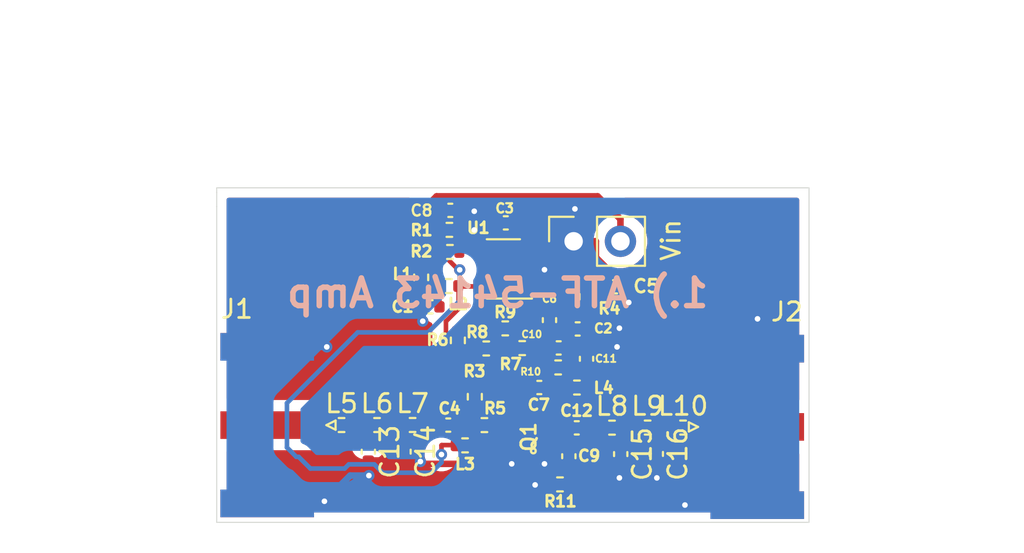
<source format=kicad_pcb>
(kicad_pcb (version 20171130) (host pcbnew "(5.1.10)-1")

  (general
    (thickness 1.6)
    (drawings 7)
    (tracks 240)
    (zones 0)
    (modules 42)
    (nets 25)
  )

  (page A4)
  (layers
    (0 F.Cu signal)
    (1 In1.Cu signal)
    (2 In2.Cu signal)
    (31 B.Cu signal)
    (32 B.Adhes user)
    (33 F.Adhes user)
    (34 B.Paste user)
    (35 F.Paste user)
    (36 B.SilkS user)
    (37 F.SilkS user)
    (38 B.Mask user)
    (39 F.Mask user)
    (40 Dwgs.User user)
    (41 Cmts.User user)
    (42 Eco1.User user)
    (43 Eco2.User user)
    (44 Edge.Cuts user)
    (45 Margin user)
    (46 B.CrtYd user)
    (47 F.CrtYd user)
    (48 B.Fab user)
    (49 F.Fab user)
  )

  (setup
    (last_trace_width 0.25)
    (trace_clearance 0.3048)
    (zone_clearance 0.508)
    (zone_45_only no)
    (trace_min 0.2)
    (via_size 0.6096)
    (via_drill 0.3048)
    (via_min_size 0.4)
    (via_min_drill 0.3)
    (uvia_size 0.3)
    (uvia_drill 0.1)
    (uvias_allowed no)
    (uvia_min_size 0.2)
    (uvia_min_drill 0.1)
    (edge_width 0.05)
    (segment_width 0.2)
    (pcb_text_width 0.3)
    (pcb_text_size 1.5 1.5)
    (mod_edge_width 0.12)
    (mod_text_size 1 1)
    (mod_text_width 0.15)
    (pad_size 1.7 1.7)
    (pad_drill 1)
    (pad_to_mask_clearance 0)
    (aux_axis_origin 0 0)
    (visible_elements 7FFFFFFF)
    (pcbplotparams
      (layerselection 0x010fc_ffffffff)
      (usegerberextensions false)
      (usegerberattributes true)
      (usegerberadvancedattributes true)
      (creategerberjobfile true)
      (excludeedgelayer true)
      (linewidth 0.100000)
      (plotframeref false)
      (viasonmask false)
      (mode 1)
      (useauxorigin false)
      (hpglpennumber 1)
      (hpglpenspeed 20)
      (hpglpendiameter 15.000000)
      (psnegative false)
      (psa4output false)
      (plotreference true)
      (plotvalue true)
      (plotinvisibletext false)
      (padsonsilk false)
      (subtractmaskfromsilk false)
      (outputformat 1)
      (mirror false)
      (drillshape 1)
      (scaleselection 1)
      (outputdirectory ""))
  )

  (net 0 "")
  (net 1 GND)
  (net 2 "Net-(C1-Pad1)")
  (net 3 "Net-(C10-Pad2)")
  (net 4 "Net-(C3-Pad2)")
  (net 5 "Net-(C3-Pad1)")
  (net 6 "Net-(C5-Pad2)")
  (net 7 "Net-(C7-Pad1)")
  (net 8 "Net-(C8-Pad2)")
  (net 9 "Net-(C9-Pad2)")
  (net 10 "Net-(C11-Pad2)")
  (net 11 RF_+2.9V)
  (net 12 "Net-(R6-Pad2)")
  (net 13 "Net-(R8-Pad2)")
  (net 14 RF)
  (net 15 RF1)
  (net 16 RF3)
  (net 17 RF4)
  (net 18 RF2)
  (net 19 RF-2)
  (net 20 RF-1)
  (net 21 RF5)
  (net 22 RF6)
  (net 23 RF-3)
  (net 24 RF7)

  (net_class Default "This is the default net class."
    (clearance 0.3048)
    (trace_width 0.25)
    (via_dia 0.6096)
    (via_drill 0.3048)
    (uvia_dia 0.3)
    (uvia_drill 0.1)
    (add_net "Net-(C1-Pad1)")
    (add_net "Net-(C10-Pad2)")
    (add_net "Net-(C11-Pad2)")
    (add_net "Net-(C3-Pad1)")
    (add_net "Net-(C3-Pad2)")
    (add_net "Net-(C5-Pad2)")
    (add_net "Net-(C7-Pad1)")
    (add_net "Net-(C8-Pad2)")
    (add_net "Net-(C9-Pad2)")
    (add_net "Net-(R6-Pad2)")
    (add_net "Net-(R8-Pad2)")
  )

  (net_class RF ""
    (clearance 0.6096)
    (trace_width 0.3556)
    (via_dia 0.6096)
    (via_drill 0.3048)
    (uvia_dia 0.3)
    (uvia_drill 0.1)
    (add_net GND)
    (add_net RF)
    (add_net RF-1)
    (add_net RF-2)
    (add_net RF-3)
    (add_net RF1)
    (add_net RF2)
    (add_net RF3)
    (add_net RF4)
    (add_net RF5)
    (add_net RF6)
    (add_net RF7)
    (add_net RF_+2.9V)
  )

  (module "EPIC PARTS:PSA4-5043+" (layer F.Cu) (tedit 62878DA3) (tstamp 62A1F9A1)
    (at 128.301 77.9122 90)
    (path /62A0581C)
    (fp_text reference Q1 (at 0 0 90) (layer F.SilkS)
      (effects (font (size 0.787402 0.787402) (thickness 0.15)))
    )
    (fp_text value 4_Pin_FET (at 0 0 90) (layer F.Fab)
      (effects (font (size 0.787402 0.787402) (thickness 0.15)))
    )
    (fp_line (start -1 -0.55) (end 1 -0.55) (layer F.Fab) (width 0.2032))
    (fp_line (start 1 0.55) (end -1 0.55) (layer F.Fab) (width 0.2032))
    (fp_poly (pts (xy 0.150171 0.6) (xy 0.85 0.6) (xy 0.85 1.10126) (xy 0.150171 1.10126)) (layer F.Fab) (width 0.01))
    (fp_poly (pts (xy -0.851089 0.6) (xy -0.45 0.6) (xy -0.45 1.10141) (xy -0.851089 1.10141)) (layer F.Fab) (width 0.01))
    (fp_poly (pts (xy -0.851105 -1.1) (xy -0.45 -1.1) (xy -0.45 -0.60078) (xy -0.851105 -0.60078)) (layer F.Fab) (width 0.01))
    (fp_poly (pts (xy 0.450588 -1.1) (xy 0.85 -1.1) (xy 0.85 -0.600784) (xy 0.450588 -0.600784)) (layer F.Fab) (width 0.01))
    (fp_circle (center -0.762 0.254) (end -0.635 0.254) (layer F.SilkS) (width 0.127))
    (pad 3 smd rect (at 0.65 -0.9 90) (size 0.6 0.8) (layers F.Cu F.Paste F.Mask)
      (net 18 RF2))
    (pad 4 smd rect (at -0.65 -0.9 90) (size 0.6 0.8) (layers F.Cu F.Paste F.Mask)
      (net 1 GND))
    (pad 1 smd rect (at -0.65 0.9 90) (size 0.6 0.8) (layers F.Cu F.Paste F.Mask)
      (net 1 GND))
    (pad 2 smd rect (at 0.5 0.9 90) (size 0.9 0.8) (layers F.Cu F.Paste F.Mask)
      (net 16 RF3))
  )

  (module Resistor_SMD:R_0402_1005Metric (layer F.Cu) (tedit 5F68FEEE) (tstamp 62A1F992)
    (at 136.677 77.404)
    (descr "Resistor SMD 0402 (1005 Metric), square (rectangular) end terminal, IPC_7351 nominal, (Body size source: IPC-SM-782 page 72, https://www.pcb-3d.com/wordpress/wp-content/uploads/ipc-sm-782a_amendment_1_and_2.pdf), generated with kicad-footprint-generator")
    (tags resistor)
    (path /62A441FA)
    (attr smd)
    (fp_text reference L10 (at 0 -1.17) (layer F.SilkS)
      (effects (font (size 1 1) (thickness 0.15)))
    )
    (fp_text value BLM15HB221SN1D (at 0 1.17) (layer F.Fab)
      (effects (font (size 1 1) (thickness 0.15)))
    )
    (fp_line (start -0.525 0.27) (end -0.525 -0.27) (layer F.Fab) (width 0.1))
    (fp_line (start -0.525 -0.27) (end 0.525 -0.27) (layer F.Fab) (width 0.1))
    (fp_line (start 0.525 -0.27) (end 0.525 0.27) (layer F.Fab) (width 0.1))
    (fp_line (start 0.525 0.27) (end -0.525 0.27) (layer F.Fab) (width 0.1))
    (fp_line (start -0.153641 -0.38) (end 0.153641 -0.38) (layer F.SilkS) (width 0.12))
    (fp_line (start -0.153641 0.38) (end 0.153641 0.38) (layer F.SilkS) (width 0.12))
    (fp_line (start -0.93 0.47) (end -0.93 -0.47) (layer F.CrtYd) (width 0.05))
    (fp_line (start -0.93 -0.47) (end 0.93 -0.47) (layer F.CrtYd) (width 0.05))
    (fp_line (start 0.93 -0.47) (end 0.93 0.47) (layer F.CrtYd) (width 0.05))
    (fp_line (start 0.93 0.47) (end -0.93 0.47) (layer F.CrtYd) (width 0.05))
    (fp_text user %R (at 0 0) (layer F.Fab)
      (effects (font (size 0.26 0.26) (thickness 0.04)))
    )
    (pad 2 smd roundrect (at 0.51 0) (size 0.54 0.64) (layers F.Cu F.Paste F.Mask) (roundrect_rratio 0.25)
      (net 24 RF7))
    (pad 1 smd roundrect (at -0.51 0) (size 0.54 0.64) (layers F.Cu F.Paste F.Mask) (roundrect_rratio 0.25)
      (net 22 RF6))
    (model ${KISYS3DMOD}/Resistor_SMD.3dshapes/R_0402_1005Metric.wrl
      (at (xyz 0 0 0))
      (scale (xyz 1 1 1))
      (rotate (xyz 0 0 0))
    )
  )

  (module Resistor_SMD:R_0402_1005Metric (layer F.Cu) (tedit 5F68FEEE) (tstamp 62A1F981)
    (at 134.754 77.404)
    (descr "Resistor SMD 0402 (1005 Metric), square (rectangular) end terminal, IPC_7351 nominal, (Body size source: IPC-SM-782 page 72, https://www.pcb-3d.com/wordpress/wp-content/uploads/ipc-sm-782a_amendment_1_and_2.pdf), generated with kicad-footprint-generator")
    (tags resistor)
    (path /62A41E1E)
    (attr smd)
    (fp_text reference L9 (at 0 -1.17) (layer F.SilkS)
      (effects (font (size 1 1) (thickness 0.15)))
    )
    (fp_text value BLM15HB221SN1D (at 0 1.17) (layer F.Fab)
      (effects (font (size 1 1) (thickness 0.15)))
    )
    (fp_line (start -0.525 0.27) (end -0.525 -0.27) (layer F.Fab) (width 0.1))
    (fp_line (start -0.525 -0.27) (end 0.525 -0.27) (layer F.Fab) (width 0.1))
    (fp_line (start 0.525 -0.27) (end 0.525 0.27) (layer F.Fab) (width 0.1))
    (fp_line (start 0.525 0.27) (end -0.525 0.27) (layer F.Fab) (width 0.1))
    (fp_line (start -0.153641 -0.38) (end 0.153641 -0.38) (layer F.SilkS) (width 0.12))
    (fp_line (start -0.153641 0.38) (end 0.153641 0.38) (layer F.SilkS) (width 0.12))
    (fp_line (start -0.93 0.47) (end -0.93 -0.47) (layer F.CrtYd) (width 0.05))
    (fp_line (start -0.93 -0.47) (end 0.93 -0.47) (layer F.CrtYd) (width 0.05))
    (fp_line (start 0.93 -0.47) (end 0.93 0.47) (layer F.CrtYd) (width 0.05))
    (fp_line (start 0.93 0.47) (end -0.93 0.47) (layer F.CrtYd) (width 0.05))
    (fp_text user %R (at 0 0) (layer F.Fab)
      (effects (font (size 0.26 0.26) (thickness 0.04)))
    )
    (pad 2 smd roundrect (at 0.51 0) (size 0.54 0.64) (layers F.Cu F.Paste F.Mask) (roundrect_rratio 0.25)
      (net 22 RF6))
    (pad 1 smd roundrect (at -0.51 0) (size 0.54 0.64) (layers F.Cu F.Paste F.Mask) (roundrect_rratio 0.25)
      (net 21 RF5))
    (model ${KISYS3DMOD}/Resistor_SMD.3dshapes/R_0402_1005Metric.wrl
      (at (xyz 0 0 0))
      (scale (xyz 1 1 1))
      (rotate (xyz 0 0 0))
    )
  )

  (module Resistor_SMD:R_0402_1005Metric (layer F.Cu) (tedit 5F68FEEE) (tstamp 62A1F970)
    (at 132.822 77.409)
    (descr "Resistor SMD 0402 (1005 Metric), square (rectangular) end terminal, IPC_7351 nominal, (Body size source: IPC-SM-782 page 72, https://www.pcb-3d.com/wordpress/wp-content/uploads/ipc-sm-782a_amendment_1_and_2.pdf), generated with kicad-footprint-generator")
    (tags resistor)
    (path /62A41E24)
    (attr smd)
    (fp_text reference L8 (at 0 -1.17) (layer F.SilkS)
      (effects (font (size 1 1) (thickness 0.15)))
    )
    (fp_text value BLM15HB221SN1D (at 0 1.17) (layer F.Fab)
      (effects (font (size 1 1) (thickness 0.15)))
    )
    (fp_line (start -0.525 0.27) (end -0.525 -0.27) (layer F.Fab) (width 0.1))
    (fp_line (start -0.525 -0.27) (end 0.525 -0.27) (layer F.Fab) (width 0.1))
    (fp_line (start 0.525 -0.27) (end 0.525 0.27) (layer F.Fab) (width 0.1))
    (fp_line (start 0.525 0.27) (end -0.525 0.27) (layer F.Fab) (width 0.1))
    (fp_line (start -0.153641 -0.38) (end 0.153641 -0.38) (layer F.SilkS) (width 0.12))
    (fp_line (start -0.153641 0.38) (end 0.153641 0.38) (layer F.SilkS) (width 0.12))
    (fp_line (start -0.93 0.47) (end -0.93 -0.47) (layer F.CrtYd) (width 0.05))
    (fp_line (start -0.93 -0.47) (end 0.93 -0.47) (layer F.CrtYd) (width 0.05))
    (fp_line (start 0.93 -0.47) (end 0.93 0.47) (layer F.CrtYd) (width 0.05))
    (fp_line (start 0.93 0.47) (end -0.93 0.47) (layer F.CrtYd) (width 0.05))
    (fp_text user %R (at 0 0) (layer F.Fab)
      (effects (font (size 0.26 0.26) (thickness 0.04)))
    )
    (pad 2 smd roundrect (at 0.51 0) (size 0.54 0.64) (layers F.Cu F.Paste F.Mask) (roundrect_rratio 0.25)
      (net 21 RF5))
    (pad 1 smd roundrect (at -0.51 0) (size 0.54 0.64) (layers F.Cu F.Paste F.Mask) (roundrect_rratio 0.25)
      (net 17 RF4))
    (model ${KISYS3DMOD}/Resistor_SMD.3dshapes/R_0402_1005Metric.wrl
      (at (xyz 0 0 0))
      (scale (xyz 1 1 1))
      (rotate (xyz 0 0 0))
    )
  )

  (module Resistor_SMD:R_0402_1005Metric (layer F.Cu) (tedit 5F68FEEE) (tstamp 62A1F95F)
    (at 122.004 77.2643)
    (descr "Resistor SMD 0402 (1005 Metric), square (rectangular) end terminal, IPC_7351 nominal, (Body size source: IPC-SM-782 page 72, https://www.pcb-3d.com/wordpress/wp-content/uploads/ipc-sm-782a_amendment_1_and_2.pdf), generated with kicad-footprint-generator")
    (tags resistor)
    (path /62A319D4)
    (attr smd)
    (fp_text reference L7 (at 0 -1.17) (layer F.SilkS)
      (effects (font (size 1 1) (thickness 0.15)))
    )
    (fp_text value BLM15HB221SN1D (at 0 1.17) (layer F.Fab)
      (effects (font (size 1 1) (thickness 0.15)))
    )
    (fp_line (start -0.525 0.27) (end -0.525 -0.27) (layer F.Fab) (width 0.1))
    (fp_line (start -0.525 -0.27) (end 0.525 -0.27) (layer F.Fab) (width 0.1))
    (fp_line (start 0.525 -0.27) (end 0.525 0.27) (layer F.Fab) (width 0.1))
    (fp_line (start 0.525 0.27) (end -0.525 0.27) (layer F.Fab) (width 0.1))
    (fp_line (start -0.153641 -0.38) (end 0.153641 -0.38) (layer F.SilkS) (width 0.12))
    (fp_line (start -0.153641 0.38) (end 0.153641 0.38) (layer F.SilkS) (width 0.12))
    (fp_line (start -0.93 0.47) (end -0.93 -0.47) (layer F.CrtYd) (width 0.05))
    (fp_line (start -0.93 -0.47) (end 0.93 -0.47) (layer F.CrtYd) (width 0.05))
    (fp_line (start 0.93 -0.47) (end 0.93 0.47) (layer F.CrtYd) (width 0.05))
    (fp_line (start 0.93 0.47) (end -0.93 0.47) (layer F.CrtYd) (width 0.05))
    (fp_text user %R (at 0 0) (layer F.Fab)
      (effects (font (size 0.26 0.26) (thickness 0.04)))
    )
    (pad 2 smd roundrect (at 0.51 0) (size 0.54 0.64) (layers F.Cu F.Paste F.Mask) (roundrect_rratio 0.25)
      (net 14 RF))
    (pad 1 smd roundrect (at -0.51 0) (size 0.54 0.64) (layers F.Cu F.Paste F.Mask) (roundrect_rratio 0.25)
      (net 20 RF-1))
    (model ${KISYS3DMOD}/Resistor_SMD.3dshapes/R_0402_1005Metric.wrl
      (at (xyz 0 0 0))
      (scale (xyz 1 1 1))
      (rotate (xyz 0 0 0))
    )
  )

  (module Resistor_SMD:R_0402_1005Metric (layer F.Cu) (tedit 5F68FEEE) (tstamp 62A1F94E)
    (at 120.076 77.2668)
    (descr "Resistor SMD 0402 (1005 Metric), square (rectangular) end terminal, IPC_7351 nominal, (Body size source: IPC-SM-782 page 72, https://www.pcb-3d.com/wordpress/wp-content/uploads/ipc-sm-782a_amendment_1_and_2.pdf), generated with kicad-footprint-generator")
    (tags resistor)
    (path /62A2A7D4)
    (attr smd)
    (fp_text reference L6 (at 0 -1.17) (layer F.SilkS)
      (effects (font (size 1 1) (thickness 0.15)))
    )
    (fp_text value BLM15HB221SN1D (at 0 1.17) (layer F.Fab)
      (effects (font (size 1 1) (thickness 0.15)))
    )
    (fp_line (start -0.525 0.27) (end -0.525 -0.27) (layer F.Fab) (width 0.1))
    (fp_line (start -0.525 -0.27) (end 0.525 -0.27) (layer F.Fab) (width 0.1))
    (fp_line (start 0.525 -0.27) (end 0.525 0.27) (layer F.Fab) (width 0.1))
    (fp_line (start 0.525 0.27) (end -0.525 0.27) (layer F.Fab) (width 0.1))
    (fp_line (start -0.153641 -0.38) (end 0.153641 -0.38) (layer F.SilkS) (width 0.12))
    (fp_line (start -0.153641 0.38) (end 0.153641 0.38) (layer F.SilkS) (width 0.12))
    (fp_line (start -0.93 0.47) (end -0.93 -0.47) (layer F.CrtYd) (width 0.05))
    (fp_line (start -0.93 -0.47) (end 0.93 -0.47) (layer F.CrtYd) (width 0.05))
    (fp_line (start 0.93 -0.47) (end 0.93 0.47) (layer F.CrtYd) (width 0.05))
    (fp_line (start 0.93 0.47) (end -0.93 0.47) (layer F.CrtYd) (width 0.05))
    (fp_text user %R (at 0 0) (layer F.Fab)
      (effects (font (size 0.26 0.26) (thickness 0.04)))
    )
    (pad 2 smd roundrect (at 0.51 0) (size 0.54 0.64) (layers F.Cu F.Paste F.Mask) (roundrect_rratio 0.25)
      (net 20 RF-1))
    (pad 1 smd roundrect (at -0.51 0) (size 0.54 0.64) (layers F.Cu F.Paste F.Mask) (roundrect_rratio 0.25)
      (net 19 RF-2))
    (model ${KISYS3DMOD}/Resistor_SMD.3dshapes/R_0402_1005Metric.wrl
      (at (xyz 0 0 0))
      (scale (xyz 1 1 1))
      (rotate (xyz 0 0 0))
    )
  )

  (module Resistor_SMD:R_0402_1005Metric (layer F.Cu) (tedit 5F68FEEE) (tstamp 62A1F93D)
    (at 118.151 77.2668)
    (descr "Resistor SMD 0402 (1005 Metric), square (rectangular) end terminal, IPC_7351 nominal, (Body size source: IPC-SM-782 page 72, https://www.pcb-3d.com/wordpress/wp-content/uploads/ipc-sm-782a_amendment_1_and_2.pdf), generated with kicad-footprint-generator")
    (tags resistor)
    (path /62A2A7E0)
    (attr smd)
    (fp_text reference L5 (at 0 -1.17) (layer F.SilkS)
      (effects (font (size 1 1) (thickness 0.15)))
    )
    (fp_text value BLM15HB221SN1D (at 0 1.17) (layer F.Fab)
      (effects (font (size 1 1) (thickness 0.15)))
    )
    (fp_line (start -0.525 0.27) (end -0.525 -0.27) (layer F.Fab) (width 0.1))
    (fp_line (start -0.525 -0.27) (end 0.525 -0.27) (layer F.Fab) (width 0.1))
    (fp_line (start 0.525 -0.27) (end 0.525 0.27) (layer F.Fab) (width 0.1))
    (fp_line (start 0.525 0.27) (end -0.525 0.27) (layer F.Fab) (width 0.1))
    (fp_line (start -0.153641 -0.38) (end 0.153641 -0.38) (layer F.SilkS) (width 0.12))
    (fp_line (start -0.153641 0.38) (end 0.153641 0.38) (layer F.SilkS) (width 0.12))
    (fp_line (start -0.93 0.47) (end -0.93 -0.47) (layer F.CrtYd) (width 0.05))
    (fp_line (start -0.93 -0.47) (end 0.93 -0.47) (layer F.CrtYd) (width 0.05))
    (fp_line (start 0.93 -0.47) (end 0.93 0.47) (layer F.CrtYd) (width 0.05))
    (fp_line (start 0.93 0.47) (end -0.93 0.47) (layer F.CrtYd) (width 0.05))
    (fp_text user %R (at 0 0) (layer F.Fab)
      (effects (font (size 0.26 0.26) (thickness 0.04)))
    )
    (pad 2 smd roundrect (at 0.51 0) (size 0.54 0.64) (layers F.Cu F.Paste F.Mask) (roundrect_rratio 0.25)
      (net 19 RF-2))
    (pad 1 smd roundrect (at -0.51 0) (size 0.54 0.64) (layers F.Cu F.Paste F.Mask) (roundrect_rratio 0.25)
      (net 23 RF-3))
    (model ${KISYS3DMOD}/Resistor_SMD.3dshapes/R_0402_1005Metric.wrl
      (at (xyz 0 0 0))
      (scale (xyz 1 1 1))
      (rotate (xyz 0 0 0))
    )
  )

  (module Capacitor_SMD:C_0402_1005Metric (layer F.Cu) (tedit 5F68FEEE) (tstamp 62A1F824)
    (at 135.225 78.8365 270)
    (descr "Capacitor SMD 0402 (1005 Metric), square (rectangular) end terminal, IPC_7351 nominal, (Body size source: IPC-SM-782 page 76, https://www.pcb-3d.com/wordpress/wp-content/uploads/ipc-sm-782a_amendment_1_and_2.pdf), generated with kicad-footprint-generator")
    (tags capacitor)
    (path /62A41E10)
    (attr smd)
    (fp_text reference C16 (at 0 -1.16 90) (layer F.SilkS)
      (effects (font (size 1 1) (thickness 0.15)))
    )
    (fp_text value .1uF (at 0 1.16 90) (layer F.Fab)
      (effects (font (size 1 1) (thickness 0.15)))
    )
    (fp_line (start -0.5 0.25) (end -0.5 -0.25) (layer F.Fab) (width 0.1))
    (fp_line (start -0.5 -0.25) (end 0.5 -0.25) (layer F.Fab) (width 0.1))
    (fp_line (start 0.5 -0.25) (end 0.5 0.25) (layer F.Fab) (width 0.1))
    (fp_line (start 0.5 0.25) (end -0.5 0.25) (layer F.Fab) (width 0.1))
    (fp_line (start -0.107836 -0.36) (end 0.107836 -0.36) (layer F.SilkS) (width 0.12))
    (fp_line (start -0.107836 0.36) (end 0.107836 0.36) (layer F.SilkS) (width 0.12))
    (fp_line (start -0.91 0.46) (end -0.91 -0.46) (layer F.CrtYd) (width 0.05))
    (fp_line (start -0.91 -0.46) (end 0.91 -0.46) (layer F.CrtYd) (width 0.05))
    (fp_line (start 0.91 -0.46) (end 0.91 0.46) (layer F.CrtYd) (width 0.05))
    (fp_line (start 0.91 0.46) (end -0.91 0.46) (layer F.CrtYd) (width 0.05))
    (fp_text user %R (at 0 0 90) (layer F.Fab)
      (effects (font (size 0.25 0.25) (thickness 0.04)))
    )
    (pad 2 smd roundrect (at 0.48 0 270) (size 0.56 0.62) (layers F.Cu F.Paste F.Mask) (roundrect_rratio 0.25)
      (net 1 GND))
    (pad 1 smd roundrect (at -0.48 0 270) (size 0.56 0.62) (layers F.Cu F.Paste F.Mask) (roundrect_rratio 0.25)
      (net 22 RF6))
    (model ${KISYS3DMOD}/Capacitor_SMD.3dshapes/C_0402_1005Metric.wrl
      (at (xyz 0 0 0))
      (scale (xyz 1 1 1))
      (rotate (xyz 0 0 0))
    )
  )

  (module Capacitor_SMD:C_0402_1005Metric (layer F.Cu) (tedit 5F68FEEE) (tstamp 62A1F813)
    (at 133.294 78.8441 270)
    (descr "Capacitor SMD 0402 (1005 Metric), square (rectangular) end terminal, IPC_7351 nominal, (Body size source: IPC-SM-782 page 76, https://www.pcb-3d.com/wordpress/wp-content/uploads/ipc-sm-782a_amendment_1_and_2.pdf), generated with kicad-footprint-generator")
    (tags capacitor)
    (path /62A41E17)
    (attr smd)
    (fp_text reference C15 (at 0 -1.16 90) (layer F.SilkS)
      (effects (font (size 1 1) (thickness 0.15)))
    )
    (fp_text value .1uF (at 0 1.16 90) (layer F.Fab)
      (effects (font (size 1 1) (thickness 0.15)))
    )
    (fp_line (start -0.5 0.25) (end -0.5 -0.25) (layer F.Fab) (width 0.1))
    (fp_line (start -0.5 -0.25) (end 0.5 -0.25) (layer F.Fab) (width 0.1))
    (fp_line (start 0.5 -0.25) (end 0.5 0.25) (layer F.Fab) (width 0.1))
    (fp_line (start 0.5 0.25) (end -0.5 0.25) (layer F.Fab) (width 0.1))
    (fp_line (start -0.107836 -0.36) (end 0.107836 -0.36) (layer F.SilkS) (width 0.12))
    (fp_line (start -0.107836 0.36) (end 0.107836 0.36) (layer F.SilkS) (width 0.12))
    (fp_line (start -0.91 0.46) (end -0.91 -0.46) (layer F.CrtYd) (width 0.05))
    (fp_line (start -0.91 -0.46) (end 0.91 -0.46) (layer F.CrtYd) (width 0.05))
    (fp_line (start 0.91 -0.46) (end 0.91 0.46) (layer F.CrtYd) (width 0.05))
    (fp_line (start 0.91 0.46) (end -0.91 0.46) (layer F.CrtYd) (width 0.05))
    (fp_text user %R (at 0 0 90) (layer F.Fab)
      (effects (font (size 0.25 0.25) (thickness 0.04)))
    )
    (pad 2 smd roundrect (at 0.48 0 270) (size 0.56 0.62) (layers F.Cu F.Paste F.Mask) (roundrect_rratio 0.25)
      (net 1 GND))
    (pad 1 smd roundrect (at -0.48 0 270) (size 0.56 0.62) (layers F.Cu F.Paste F.Mask) (roundrect_rratio 0.25)
      (net 21 RF5))
    (model ${KISYS3DMOD}/Capacitor_SMD.3dshapes/C_0402_1005Metric.wrl
      (at (xyz 0 0 0))
      (scale (xyz 1 1 1))
      (rotate (xyz 0 0 0))
    )
  )

  (module Capacitor_SMD:C_0402_1005Metric (layer F.Cu) (tedit 5F68FEEE) (tstamp 62A1F802)
    (at 121.539 78.712 270)
    (descr "Capacitor SMD 0402 (1005 Metric), square (rectangular) end terminal, IPC_7351 nominal, (Body size source: IPC-SM-782 page 76, https://www.pcb-3d.com/wordpress/wp-content/uploads/ipc-sm-782a_amendment_1_and_2.pdf), generated with kicad-footprint-generator")
    (tags capacitor)
    (path /62A2C057)
    (attr smd)
    (fp_text reference C14 (at 0 -1.16 90) (layer F.SilkS)
      (effects (font (size 1 1) (thickness 0.15)))
    )
    (fp_text value .1uF (at 0 1.16 90) (layer F.Fab)
      (effects (font (size 1 1) (thickness 0.15)))
    )
    (fp_line (start -0.5 0.25) (end -0.5 -0.25) (layer F.Fab) (width 0.1))
    (fp_line (start -0.5 -0.25) (end 0.5 -0.25) (layer F.Fab) (width 0.1))
    (fp_line (start 0.5 -0.25) (end 0.5 0.25) (layer F.Fab) (width 0.1))
    (fp_line (start 0.5 0.25) (end -0.5 0.25) (layer F.Fab) (width 0.1))
    (fp_line (start -0.107836 -0.36) (end 0.107836 -0.36) (layer F.SilkS) (width 0.12))
    (fp_line (start -0.107836 0.36) (end 0.107836 0.36) (layer F.SilkS) (width 0.12))
    (fp_line (start -0.91 0.46) (end -0.91 -0.46) (layer F.CrtYd) (width 0.05))
    (fp_line (start -0.91 -0.46) (end 0.91 -0.46) (layer F.CrtYd) (width 0.05))
    (fp_line (start 0.91 -0.46) (end 0.91 0.46) (layer F.CrtYd) (width 0.05))
    (fp_line (start 0.91 0.46) (end -0.91 0.46) (layer F.CrtYd) (width 0.05))
    (fp_text user %R (at 0 0 90) (layer F.Fab)
      (effects (font (size 0.25 0.25) (thickness 0.04)))
    )
    (pad 2 smd roundrect (at 0.48 0 270) (size 0.56 0.62) (layers F.Cu F.Paste F.Mask) (roundrect_rratio 0.25)
      (net 1 GND))
    (pad 1 smd roundrect (at -0.48 0 270) (size 0.56 0.62) (layers F.Cu F.Paste F.Mask) (roundrect_rratio 0.25)
      (net 20 RF-1))
    (model ${KISYS3DMOD}/Capacitor_SMD.3dshapes/C_0402_1005Metric.wrl
      (at (xyz 0 0 0))
      (scale (xyz 1 1 1))
      (rotate (xyz 0 0 0))
    )
  )

  (module Capacitor_SMD:C_0402_1005Metric (layer F.Cu) (tedit 5F68FEEE) (tstamp 62A1F7F1)
    (at 119.604 78.7171 270)
    (descr "Capacitor SMD 0402 (1005 Metric), square (rectangular) end terminal, IPC_7351 nominal, (Body size source: IPC-SM-782 page 76, https://www.pcb-3d.com/wordpress/wp-content/uploads/ipc-sm-782a_amendment_1_and_2.pdf), generated with kicad-footprint-generator")
    (tags capacitor)
    (path /62A2A7CD)
    (attr smd)
    (fp_text reference C13 (at 0 -1.16 90) (layer F.SilkS)
      (effects (font (size 1 1) (thickness 0.15)))
    )
    (fp_text value .1uF (at 0 1.16 90) (layer F.Fab)
      (effects (font (size 1 1) (thickness 0.15)))
    )
    (fp_line (start -0.5 0.25) (end -0.5 -0.25) (layer F.Fab) (width 0.1))
    (fp_line (start -0.5 -0.25) (end 0.5 -0.25) (layer F.Fab) (width 0.1))
    (fp_line (start 0.5 -0.25) (end 0.5 0.25) (layer F.Fab) (width 0.1))
    (fp_line (start 0.5 0.25) (end -0.5 0.25) (layer F.Fab) (width 0.1))
    (fp_line (start -0.107836 -0.36) (end 0.107836 -0.36) (layer F.SilkS) (width 0.12))
    (fp_line (start -0.107836 0.36) (end 0.107836 0.36) (layer F.SilkS) (width 0.12))
    (fp_line (start -0.91 0.46) (end -0.91 -0.46) (layer F.CrtYd) (width 0.05))
    (fp_line (start -0.91 -0.46) (end 0.91 -0.46) (layer F.CrtYd) (width 0.05))
    (fp_line (start 0.91 -0.46) (end 0.91 0.46) (layer F.CrtYd) (width 0.05))
    (fp_line (start 0.91 0.46) (end -0.91 0.46) (layer F.CrtYd) (width 0.05))
    (fp_text user %R (at 0 0 90) (layer F.Fab)
      (effects (font (size 0.25 0.25) (thickness 0.04)))
    )
    (pad 2 smd roundrect (at 0.48 0 270) (size 0.56 0.62) (layers F.Cu F.Paste F.Mask) (roundrect_rratio 0.25)
      (net 1 GND))
    (pad 1 smd roundrect (at -0.48 0 270) (size 0.56 0.62) (layers F.Cu F.Paste F.Mask) (roundrect_rratio 0.25)
      (net 19 RF-2))
    (model ${KISYS3DMOD}/Capacitor_SMD.3dshapes/C_0402_1005Metric.wrl
      (at (xyz 0 0 0))
      (scale (xyz 1 1 1))
      (rotate (xyz 0 0 0))
    )
  )

  (module Connector_PinSocket_2.54mm:PinSocket_1x02_P2.54mm_Vertical (layer F.Cu) (tedit 629F6BA7) (tstamp 629FEC8E)
    (at 130.74 67.29 90)
    (descr "Through hole straight socket strip, 1x02, 2.54mm pitch, single row (from Kicad 4.0.7), script generated")
    (tags "Through hole socket strip THT 1x02 2.54mm single row")
    (fp_text reference Vin (at 0.07 5.28 90) (layer F.SilkS)
      (effects (font (size 1 1) (thickness 0.15)))
    )
    (fp_text value PinSocket_1x02_P2.54mm_Vertical (at 0 5.31 90) (layer F.Fab)
      (effects (font (size 1 1) (thickness 0.15)))
    )
    (fp_line (start -1.27 -1.27) (end 0.635 -1.27) (layer F.Fab) (width 0.1))
    (fp_line (start 0.635 -1.27) (end 1.27 -0.635) (layer F.Fab) (width 0.1))
    (fp_line (start 1.27 -0.635) (end 1.27 3.81) (layer F.Fab) (width 0.1))
    (fp_line (start 1.27 3.81) (end -1.27 3.81) (layer F.Fab) (width 0.1))
    (fp_line (start -1.27 3.81) (end -1.27 -1.27) (layer F.Fab) (width 0.1))
    (fp_line (start -1.33 1.27) (end 1.33 1.27) (layer F.SilkS) (width 0.12))
    (fp_line (start -1.33 1.27) (end -1.33 3.87) (layer F.SilkS) (width 0.12))
    (fp_line (start -1.33 3.87) (end 1.33 3.87) (layer F.SilkS) (width 0.12))
    (fp_line (start 1.33 1.27) (end 1.33 3.87) (layer F.SilkS) (width 0.12))
    (fp_line (start 1.33 -1.33) (end 1.33 0) (layer F.SilkS) (width 0.12))
    (fp_line (start 0 -1.33) (end 1.33 -1.33) (layer F.SilkS) (width 0.12))
    (fp_line (start -1.8 -1.8) (end 1.75 -1.8) (layer F.CrtYd) (width 0.05))
    (fp_line (start 1.75 -1.8) (end 1.75 4.3) (layer F.CrtYd) (width 0.05))
    (fp_line (start 1.75 4.3) (end -1.8 4.3) (layer F.CrtYd) (width 0.05))
    (fp_line (start -1.8 4.3) (end -1.8 -1.8) (layer F.CrtYd) (width 0.05))
    (fp_text user %R (at 0 1.27) (layer F.Fab)
      (effects (font (size 1 1) (thickness 0.15)))
    )
    (pad 2 thru_hole oval (at 0 2.54 90) (size 1.7 1.7) (drill 1) (layers *.Cu *.Mask)
      (net 11 RF_+2.9V))
    (pad 1 thru_hole rect (at 0 0 90) (size 1.7 1.7) (drill 1) (layers *.Cu *.Mask)
      (net 1 GND))
    (model ${KISYS3DMOD}/Connector_PinSocket_2.54mm.3dshapes/PinSocket_1x02_P2.54mm_Vertical.wrl
      (at (xyz 0 0 0))
      (scale (xyz 1 1 1))
      (rotate (xyz 0 0 0))
    )
  )

  (module Package_TO_SOT_SMD:SOT-23-5 (layer F.Cu) (tedit 5A02FF57) (tstamp 629FDC76)
    (at 126.93 68.79 180)
    (descr "5-pin SOT23 package")
    (tags SOT-23-5)
    (path /629E1E5C)
    (attr smd)
    (fp_text reference U1 (at 1.36 2.23) (layer F.SilkS)
      (effects (font (size 0.6 0.6) (thickness 0.15)))
    )
    (fp_text value OPA333xxDCK (at 0 2.9) (layer F.Fab)
      (effects (font (size 1 1) (thickness 0.15)))
    )
    (fp_line (start -0.9 1.61) (end 0.9 1.61) (layer F.SilkS) (width 0.12))
    (fp_line (start 0.9 -1.61) (end -1.55 -1.61) (layer F.SilkS) (width 0.12))
    (fp_line (start -1.9 -1.8) (end 1.9 -1.8) (layer F.CrtYd) (width 0.05))
    (fp_line (start 1.9 -1.8) (end 1.9 1.8) (layer F.CrtYd) (width 0.05))
    (fp_line (start 1.9 1.8) (end -1.9 1.8) (layer F.CrtYd) (width 0.05))
    (fp_line (start -1.9 1.8) (end -1.9 -1.8) (layer F.CrtYd) (width 0.05))
    (fp_line (start -0.9 -0.9) (end -0.25 -1.55) (layer F.Fab) (width 0.1))
    (fp_line (start 0.9 -1.55) (end -0.25 -1.55) (layer F.Fab) (width 0.1))
    (fp_line (start -0.9 -0.9) (end -0.9 1.55) (layer F.Fab) (width 0.1))
    (fp_line (start 0.9 1.55) (end -0.9 1.55) (layer F.Fab) (width 0.1))
    (fp_line (start 0.9 -1.55) (end 0.9 1.55) (layer F.Fab) (width 0.1))
    (fp_text user %R (at 0 0 90) (layer F.Fab)
      (effects (font (size 0.5 0.5) (thickness 0.075)))
    )
    (pad 5 smd rect (at 1.1 -0.95 180) (size 1.06 0.65) (layers F.Cu F.Paste F.Mask)
      (net 3 "Net-(C10-Pad2)"))
    (pad 4 smd rect (at 1.1 0.95 180) (size 1.06 0.65) (layers F.Cu F.Paste F.Mask)
      (net 5 "Net-(C3-Pad1)"))
    (pad 3 smd rect (at -1.1 0.95 180) (size 1.06 0.65) (layers F.Cu F.Paste F.Mask)
      (net 4 "Net-(C3-Pad2)"))
    (pad 2 smd rect (at -1.1 0 180) (size 1.06 0.65) (layers F.Cu F.Paste F.Mask)
      (net 1 GND))
    (pad 1 smd rect (at -1.1 -0.95 180) (size 1.06 0.65) (layers F.Cu F.Paste F.Mask)
      (net 6 "Net-(C5-Pad2)"))
    (model ${KISYS3DMOD}/Package_TO_SOT_SMD.3dshapes/SOT-23-5.wrl
      (at (xyz 0 0 0))
      (scale (xyz 1 1 1))
      (rotate (xyz 0 0 0))
    )
  )

  (module Resistor_SMD:R_0402_1005Metric (layer F.Cu) (tedit 5F68FEEE) (tstamp 629FDC61)
    (at 130 80.49 180)
    (descr "Resistor SMD 0402 (1005 Metric), square (rectangular) end terminal, IPC_7351 nominal, (Body size source: IPC-SM-782 page 72, https://www.pcb-3d.com/wordpress/wp-content/uploads/ipc-sm-782a_amendment_1_and_2.pdf), generated with kicad-footprint-generator")
    (tags resistor)
    (path /629EF576)
    (attr smd)
    (fp_text reference R11 (at -0.02 -0.92) (layer F.SilkS)
      (effects (font (size 0.6 0.6) (thickness 0.15)))
    )
    (fp_text value 56 (at 0 1.17) (layer F.Fab)
      (effects (font (size 1 1) (thickness 0.15)))
    )
    (fp_line (start -0.525 0.27) (end -0.525 -0.27) (layer F.Fab) (width 0.1))
    (fp_line (start -0.525 -0.27) (end 0.525 -0.27) (layer F.Fab) (width 0.1))
    (fp_line (start 0.525 -0.27) (end 0.525 0.27) (layer F.Fab) (width 0.1))
    (fp_line (start 0.525 0.27) (end -0.525 0.27) (layer F.Fab) (width 0.1))
    (fp_line (start -0.153641 -0.38) (end 0.153641 -0.38) (layer F.SilkS) (width 0.12))
    (fp_line (start -0.153641 0.38) (end 0.153641 0.38) (layer F.SilkS) (width 0.12))
    (fp_line (start -0.93 0.47) (end -0.93 -0.47) (layer F.CrtYd) (width 0.05))
    (fp_line (start -0.93 -0.47) (end 0.93 -0.47) (layer F.CrtYd) (width 0.05))
    (fp_line (start 0.93 -0.47) (end 0.93 0.47) (layer F.CrtYd) (width 0.05))
    (fp_line (start 0.93 0.47) (end -0.93 0.47) (layer F.CrtYd) (width 0.05))
    (fp_text user %R (at 0 0) (layer F.Fab)
      (effects (font (size 0.26 0.26) (thickness 0.04)))
    )
    (pad 2 smd roundrect (at 0.51 0 180) (size 0.54 0.64) (layers F.Cu F.Paste F.Mask) (roundrect_rratio 0.25)
      (net 1 GND))
    (pad 1 smd roundrect (at -0.51 0 180) (size 0.54 0.64) (layers F.Cu F.Paste F.Mask) (roundrect_rratio 0.25)
      (net 9 "Net-(C9-Pad2)"))
    (model ${KISYS3DMOD}/Resistor_SMD.3dshapes/R_0402_1005Metric.wrl
      (at (xyz 0 0 0))
      (scale (xyz 1 1 1))
      (rotate (xyz 0 0 0))
    )
  )

  (module Resistor_SMD:R_0402_1005Metric (layer F.Cu) (tedit 5F68FEEE) (tstamp 629FDC50)
    (at 129.9 74.14)
    (descr "Resistor SMD 0402 (1005 Metric), square (rectangular) end terminal, IPC_7351 nominal, (Body size source: IPC-SM-782 page 72, https://www.pcb-3d.com/wordpress/wp-content/uploads/ipc-sm-782a_amendment_1_and_2.pdf), generated with kicad-footprint-generator")
    (tags resistor)
    (path /629EA093)
    (attr smd)
    (fp_text reference R10 (at -1.49 0.23) (layer F.SilkS)
      (effects (font (size 0.38 0.38) (thickness 0.095)))
    )
    (fp_text value 1 (at 0 1.17) (layer F.Fab)
      (effects (font (size 1 1) (thickness 0.15)))
    )
    (fp_line (start -0.525 0.27) (end -0.525 -0.27) (layer F.Fab) (width 0.1))
    (fp_line (start -0.525 -0.27) (end 0.525 -0.27) (layer F.Fab) (width 0.1))
    (fp_line (start 0.525 -0.27) (end 0.525 0.27) (layer F.Fab) (width 0.1))
    (fp_line (start 0.525 0.27) (end -0.525 0.27) (layer F.Fab) (width 0.1))
    (fp_line (start -0.153641 -0.38) (end 0.153641 -0.38) (layer F.SilkS) (width 0.12))
    (fp_line (start -0.153641 0.38) (end 0.153641 0.38) (layer F.SilkS) (width 0.12))
    (fp_line (start -0.93 0.47) (end -0.93 -0.47) (layer F.CrtYd) (width 0.05))
    (fp_line (start -0.93 -0.47) (end 0.93 -0.47) (layer F.CrtYd) (width 0.05))
    (fp_line (start 0.93 -0.47) (end 0.93 0.47) (layer F.CrtYd) (width 0.05))
    (fp_line (start 0.93 0.47) (end -0.93 0.47) (layer F.CrtYd) (width 0.05))
    (fp_text user %R (at 0 0) (layer F.Fab)
      (effects (font (size 0.26 0.26) (thickness 0.04)))
    )
    (pad 2 smd roundrect (at 0.51 0) (size 0.54 0.64) (layers F.Cu F.Paste F.Mask) (roundrect_rratio 0.25)
      (net 10 "Net-(C11-Pad2)"))
    (pad 1 smd roundrect (at -0.51 0) (size 0.54 0.64) (layers F.Cu F.Paste F.Mask) (roundrect_rratio 0.25)
      (net 3 "Net-(C10-Pad2)"))
    (model ${KISYS3DMOD}/Resistor_SMD.3dshapes/R_0402_1005Metric.wrl
      (at (xyz 0 0 0))
      (scale (xyz 1 1 1))
      (rotate (xyz 0 0 0))
    )
  )

  (module Resistor_SMD:R_0402_1005Metric (layer F.Cu) (tedit 5F68FEEE) (tstamp 629FDC3F)
    (at 127.03 72.02)
    (descr "Resistor SMD 0402 (1005 Metric), square (rectangular) end terminal, IPC_7351 nominal, (Body size source: IPC-SM-782 page 72, https://www.pcb-3d.com/wordpress/wp-content/uploads/ipc-sm-782a_amendment_1_and_2.pdf), generated with kicad-footprint-generator")
    (tags resistor)
    (path /629E8318)
    (attr smd)
    (fp_text reference R9 (at 0 -0.88) (layer F.SilkS)
      (effects (font (size 0.6 0.6) (thickness 0.15)))
    )
    (fp_text value 1K (at 0 1.17) (layer F.Fab)
      (effects (font (size 1 1) (thickness 0.15)))
    )
    (fp_line (start -0.525 0.27) (end -0.525 -0.27) (layer F.Fab) (width 0.1))
    (fp_line (start -0.525 -0.27) (end 0.525 -0.27) (layer F.Fab) (width 0.1))
    (fp_line (start 0.525 -0.27) (end 0.525 0.27) (layer F.Fab) (width 0.1))
    (fp_line (start 0.525 0.27) (end -0.525 0.27) (layer F.Fab) (width 0.1))
    (fp_line (start -0.153641 -0.38) (end 0.153641 -0.38) (layer F.SilkS) (width 0.12))
    (fp_line (start -0.153641 0.38) (end 0.153641 0.38) (layer F.SilkS) (width 0.12))
    (fp_line (start -0.93 0.47) (end -0.93 -0.47) (layer F.CrtYd) (width 0.05))
    (fp_line (start -0.93 -0.47) (end 0.93 -0.47) (layer F.CrtYd) (width 0.05))
    (fp_line (start 0.93 -0.47) (end 0.93 0.47) (layer F.CrtYd) (width 0.05))
    (fp_line (start 0.93 0.47) (end -0.93 0.47) (layer F.CrtYd) (width 0.05))
    (fp_text user %R (at 0 0) (layer F.Fab)
      (effects (font (size 0.26 0.26) (thickness 0.04)))
    )
    (pad 2 smd roundrect (at 0.51 0) (size 0.54 0.64) (layers F.Cu F.Paste F.Mask) (roundrect_rratio 0.25)
      (net 1 GND))
    (pad 1 smd roundrect (at -0.51 0) (size 0.54 0.64) (layers F.Cu F.Paste F.Mask) (roundrect_rratio 0.25)
      (net 13 "Net-(R8-Pad2)"))
    (model ${KISYS3DMOD}/Resistor_SMD.3dshapes/R_0402_1005Metric.wrl
      (at (xyz 0 0 0))
      (scale (xyz 1 1 1))
      (rotate (xyz 0 0 0))
    )
  )

  (module Resistor_SMD:R_0402_1005Metric (layer F.Cu) (tedit 5F68FEEE) (tstamp 629FDC2E)
    (at 126 73.11)
    (descr "Resistor SMD 0402 (1005 Metric), square (rectangular) end terminal, IPC_7351 nominal, (Body size source: IPC-SM-782 page 72, https://www.pcb-3d.com/wordpress/wp-content/uploads/ipc-sm-782a_amendment_1_and_2.pdf), generated with kicad-footprint-generator")
    (tags resistor)
    (path /629E7A83)
    (attr smd)
    (fp_text reference R8 (at -0.49 -0.89) (layer F.SilkS)
      (effects (font (size 0.6 0.6) (thickness 0.15)))
    )
    (fp_text value 10K (at 0 1.17) (layer F.Fab)
      (effects (font (size 1 1) (thickness 0.15)))
    )
    (fp_line (start -0.525 0.27) (end -0.525 -0.27) (layer F.Fab) (width 0.1))
    (fp_line (start -0.525 -0.27) (end 0.525 -0.27) (layer F.Fab) (width 0.1))
    (fp_line (start 0.525 -0.27) (end 0.525 0.27) (layer F.Fab) (width 0.1))
    (fp_line (start 0.525 0.27) (end -0.525 0.27) (layer F.Fab) (width 0.1))
    (fp_line (start -0.153641 -0.38) (end 0.153641 -0.38) (layer F.SilkS) (width 0.12))
    (fp_line (start -0.153641 0.38) (end 0.153641 0.38) (layer F.SilkS) (width 0.12))
    (fp_line (start -0.93 0.47) (end -0.93 -0.47) (layer F.CrtYd) (width 0.05))
    (fp_line (start -0.93 -0.47) (end 0.93 -0.47) (layer F.CrtYd) (width 0.05))
    (fp_line (start 0.93 -0.47) (end 0.93 0.47) (layer F.CrtYd) (width 0.05))
    (fp_line (start 0.93 0.47) (end -0.93 0.47) (layer F.CrtYd) (width 0.05))
    (fp_text user %R (at 0 0) (layer F.Fab)
      (effects (font (size 0.26 0.26) (thickness 0.04)))
    )
    (pad 2 smd roundrect (at 0.51 0) (size 0.54 0.64) (layers F.Cu F.Paste F.Mask) (roundrect_rratio 0.25)
      (net 13 "Net-(R8-Pad2)"))
    (pad 1 smd roundrect (at -0.51 0) (size 0.54 0.64) (layers F.Cu F.Paste F.Mask) (roundrect_rratio 0.25)
      (net 12 "Net-(R6-Pad2)"))
    (model ${KISYS3DMOD}/Resistor_SMD.3dshapes/R_0402_1005Metric.wrl
      (at (xyz 0 0 0))
      (scale (xyz 1 1 1))
      (rotate (xyz 0 0 0))
    )
  )

  (module Resistor_SMD:R_0402_1005Metric (layer F.Cu) (tedit 5F68FEEE) (tstamp 629FDC1D)
    (at 127.95 73.09 180)
    (descr "Resistor SMD 0402 (1005 Metric), square (rectangular) end terminal, IPC_7351 nominal, (Body size source: IPC-SM-782 page 72, https://www.pcb-3d.com/wordpress/wp-content/uploads/ipc-sm-782a_amendment_1_and_2.pdf), generated with kicad-footprint-generator")
    (tags resistor)
    (path /629E623E)
    (attr smd)
    (fp_text reference R7 (at 0.63 -0.87) (layer F.SilkS)
      (effects (font (size 0.6 0.6) (thickness 0.15)))
    )
    (fp_text value 39 (at 0 1.17) (layer F.Fab)
      (effects (font (size 1 1) (thickness 0.15)))
    )
    (fp_line (start -0.525 0.27) (end -0.525 -0.27) (layer F.Fab) (width 0.1))
    (fp_line (start -0.525 -0.27) (end 0.525 -0.27) (layer F.Fab) (width 0.1))
    (fp_line (start 0.525 -0.27) (end 0.525 0.27) (layer F.Fab) (width 0.1))
    (fp_line (start 0.525 0.27) (end -0.525 0.27) (layer F.Fab) (width 0.1))
    (fp_line (start -0.153641 -0.38) (end 0.153641 -0.38) (layer F.SilkS) (width 0.12))
    (fp_line (start -0.153641 0.38) (end 0.153641 0.38) (layer F.SilkS) (width 0.12))
    (fp_line (start -0.93 0.47) (end -0.93 -0.47) (layer F.CrtYd) (width 0.05))
    (fp_line (start -0.93 -0.47) (end 0.93 -0.47) (layer F.CrtYd) (width 0.05))
    (fp_line (start 0.93 -0.47) (end 0.93 0.47) (layer F.CrtYd) (width 0.05))
    (fp_line (start 0.93 0.47) (end -0.93 0.47) (layer F.CrtYd) (width 0.05))
    (fp_text user %R (at 0 0) (layer F.Fab)
      (effects (font (size 0.26 0.26) (thickness 0.04)))
    )
    (pad 2 smd roundrect (at 0.51 0 180) (size 0.54 0.64) (layers F.Cu F.Paste F.Mask) (roundrect_rratio 0.25)
      (net 12 "Net-(R6-Pad2)"))
    (pad 1 smd roundrect (at -0.51 0 180) (size 0.54 0.64) (layers F.Cu F.Paste F.Mask) (roundrect_rratio 0.25)
      (net 3 "Net-(C10-Pad2)"))
    (model ${KISYS3DMOD}/Resistor_SMD.3dshapes/R_0402_1005Metric.wrl
      (at (xyz 0 0 0))
      (scale (xyz 1 1 1))
      (rotate (xyz 0 0 0))
    )
  )

  (module Resistor_SMD:R_0402_1005Metric (layer F.Cu) (tedit 5F68FEEE) (tstamp 629FDC0C)
    (at 124.46 72.67 270)
    (descr "Resistor SMD 0402 (1005 Metric), square (rectangular) end terminal, IPC_7351 nominal, (Body size source: IPC-SM-782 page 72, https://www.pcb-3d.com/wordpress/wp-content/uploads/ipc-sm-782a_amendment_1_and_2.pdf), generated with kicad-footprint-generator")
    (tags resistor)
    (path /629E7044)
    (attr smd)
    (fp_text reference R6 (at -0.03 1.1 180) (layer F.SilkS)
      (effects (font (size 0.6 0.6) (thickness 0.15)))
    )
    (fp_text value 10K (at 0 1.17 90) (layer F.Fab)
      (effects (font (size 1 1) (thickness 0.15)))
    )
    (fp_line (start -0.525 0.27) (end -0.525 -0.27) (layer F.Fab) (width 0.1))
    (fp_line (start -0.525 -0.27) (end 0.525 -0.27) (layer F.Fab) (width 0.1))
    (fp_line (start 0.525 -0.27) (end 0.525 0.27) (layer F.Fab) (width 0.1))
    (fp_line (start 0.525 0.27) (end -0.525 0.27) (layer F.Fab) (width 0.1))
    (fp_line (start -0.153641 -0.38) (end 0.153641 -0.38) (layer F.SilkS) (width 0.12))
    (fp_line (start -0.153641 0.38) (end 0.153641 0.38) (layer F.SilkS) (width 0.12))
    (fp_line (start -0.93 0.47) (end -0.93 -0.47) (layer F.CrtYd) (width 0.05))
    (fp_line (start -0.93 -0.47) (end 0.93 -0.47) (layer F.CrtYd) (width 0.05))
    (fp_line (start 0.93 -0.47) (end 0.93 0.47) (layer F.CrtYd) (width 0.05))
    (fp_line (start 0.93 0.47) (end -0.93 0.47) (layer F.CrtYd) (width 0.05))
    (fp_text user %R (at 0 0 90) (layer F.Fab)
      (effects (font (size 0.26 0.26) (thickness 0.04)))
    )
    (pad 2 smd roundrect (at 0.51 0 270) (size 0.54 0.64) (layers F.Cu F.Paste F.Mask) (roundrect_rratio 0.25)
      (net 12 "Net-(R6-Pad2)"))
    (pad 1 smd roundrect (at -0.51 0 270) (size 0.54 0.64) (layers F.Cu F.Paste F.Mask) (roundrect_rratio 0.25)
      (net 4 "Net-(C3-Pad2)"))
    (model ${KISYS3DMOD}/Resistor_SMD.3dshapes/R_0402_1005Metric.wrl
      (at (xyz 0 0 0))
      (scale (xyz 1 1 1))
      (rotate (xyz 0 0 0))
    )
  )

  (module Resistor_SMD:R_0402_1005Metric (layer F.Cu) (tedit 5F68FEEE) (tstamp 629FDBFB)
    (at 125.9 77.27)
    (descr "Resistor SMD 0402 (1005 Metric), square (rectangular) end terminal, IPC_7351 nominal, (Body size source: IPC-SM-782 page 72, https://www.pcb-3d.com/wordpress/wp-content/uploads/ipc-sm-782a_amendment_1_and_2.pdf), generated with kicad-footprint-generator")
    (tags resistor)
    (path /629FE4BD)
    (attr smd)
    (fp_text reference R5 (at 0.58 -0.91) (layer F.SilkS)
      (effects (font (size 0.6 0.6) (thickness 0.15)))
    )
    (fp_text value 3.3 (at 0 1.17) (layer F.Fab)
      (effects (font (size 1 1) (thickness 0.15)))
    )
    (fp_line (start -0.525 0.27) (end -0.525 -0.27) (layer F.Fab) (width 0.1))
    (fp_line (start -0.525 -0.27) (end 0.525 -0.27) (layer F.Fab) (width 0.1))
    (fp_line (start 0.525 -0.27) (end 0.525 0.27) (layer F.Fab) (width 0.1))
    (fp_line (start 0.525 0.27) (end -0.525 0.27) (layer F.Fab) (width 0.1))
    (fp_line (start -0.153641 -0.38) (end 0.153641 -0.38) (layer F.SilkS) (width 0.12))
    (fp_line (start -0.153641 0.38) (end 0.153641 0.38) (layer F.SilkS) (width 0.12))
    (fp_line (start -0.93 0.47) (end -0.93 -0.47) (layer F.CrtYd) (width 0.05))
    (fp_line (start -0.93 -0.47) (end 0.93 -0.47) (layer F.CrtYd) (width 0.05))
    (fp_line (start 0.93 -0.47) (end 0.93 0.47) (layer F.CrtYd) (width 0.05))
    (fp_line (start 0.93 0.47) (end -0.93 0.47) (layer F.CrtYd) (width 0.05))
    (fp_text user %R (at 0 0) (layer F.Fab)
      (effects (font (size 0.26 0.26) (thickness 0.04)))
    )
    (pad 2 smd roundrect (at 0.51 0) (size 0.54 0.64) (layers F.Cu F.Paste F.Mask) (roundrect_rratio 0.25)
      (net 18 RF2))
    (pad 1 smd roundrect (at -0.51 0) (size 0.54 0.64) (layers F.Cu F.Paste F.Mask) (roundrect_rratio 0.25)
      (net 15 RF1))
    (model ${KISYS3DMOD}/Resistor_SMD.3dshapes/R_0402_1005Metric.wrl
      (at (xyz 0 0 0))
      (scale (xyz 1 1 1))
      (rotate (xyz 0 0 0))
    )
  )

  (module Resistor_SMD:R_0402_1005Metric (layer F.Cu) (tedit 5F68FEEE) (tstamp 629FDBEA)
    (at 131.44 70.3 270)
    (descr "Resistor SMD 0402 (1005 Metric), square (rectangular) end terminal, IPC_7351 nominal, (Body size source: IPC-SM-782 page 72, https://www.pcb-3d.com/wordpress/wp-content/uploads/ipc-sm-782a_amendment_1_and_2.pdf), generated with kicad-footprint-generator")
    (tags resistor)
    (path /629EABF8)
    (attr smd)
    (fp_text reference R4 (at 0.64 -1.24 180) (layer F.SilkS)
      (effects (font (size 0.6 0.6) (thickness 0.15)))
    )
    (fp_text value 10K (at 0 1.17 90) (layer F.Fab)
      (effects (font (size 1 1) (thickness 0.15)))
    )
    (fp_line (start -0.525 0.27) (end -0.525 -0.27) (layer F.Fab) (width 0.1))
    (fp_line (start -0.525 -0.27) (end 0.525 -0.27) (layer F.Fab) (width 0.1))
    (fp_line (start 0.525 -0.27) (end 0.525 0.27) (layer F.Fab) (width 0.1))
    (fp_line (start 0.525 0.27) (end -0.525 0.27) (layer F.Fab) (width 0.1))
    (fp_line (start -0.153641 -0.38) (end 0.153641 -0.38) (layer F.SilkS) (width 0.12))
    (fp_line (start -0.153641 0.38) (end 0.153641 0.38) (layer F.SilkS) (width 0.12))
    (fp_line (start -0.93 0.47) (end -0.93 -0.47) (layer F.CrtYd) (width 0.05))
    (fp_line (start -0.93 -0.47) (end 0.93 -0.47) (layer F.CrtYd) (width 0.05))
    (fp_line (start 0.93 -0.47) (end 0.93 0.47) (layer F.CrtYd) (width 0.05))
    (fp_line (start 0.93 0.47) (end -0.93 0.47) (layer F.CrtYd) (width 0.05))
    (fp_text user %R (at 0 0 90) (layer F.Fab)
      (effects (font (size 0.26 0.26) (thickness 0.04)))
    )
    (pad 2 smd roundrect (at 0.51 0 270) (size 0.54 0.64) (layers F.Cu F.Paste F.Mask) (roundrect_rratio 0.25)
      (net 10 "Net-(C11-Pad2)"))
    (pad 1 smd roundrect (at -0.51 0 270) (size 0.54 0.64) (layers F.Cu F.Paste F.Mask) (roundrect_rratio 0.25)
      (net 6 "Net-(C5-Pad2)"))
    (model ${KISYS3DMOD}/Resistor_SMD.3dshapes/R_0402_1005Metric.wrl
      (at (xyz 0 0 0))
      (scale (xyz 1 1 1))
      (rotate (xyz 0 0 0))
    )
  )

  (module Resistor_SMD:R_0402_1005Metric (layer F.Cu) (tedit 5F68FEEE) (tstamp 629FDBD9)
    (at 125.38 75.73 90)
    (descr "Resistor SMD 0402 (1005 Metric), square (rectangular) end terminal, IPC_7351 nominal, (Body size source: IPC-SM-782 page 72, https://www.pcb-3d.com/wordpress/wp-content/uploads/ipc-sm-782a_amendment_1_and_2.pdf), generated with kicad-footprint-generator")
    (tags resistor)
    (path /629FDBD6)
    (attr smd)
    (fp_text reference R3 (at 1.38 -0.02 180) (layer F.SilkS)
      (effects (font (size 0.6 0.6) (thickness 0.15)))
    )
    (fp_text value 680 (at 0 1.17 90) (layer F.Fab)
      (effects (font (size 1 1) (thickness 0.15)))
    )
    (fp_line (start -0.525 0.27) (end -0.525 -0.27) (layer F.Fab) (width 0.1))
    (fp_line (start -0.525 -0.27) (end 0.525 -0.27) (layer F.Fab) (width 0.1))
    (fp_line (start 0.525 -0.27) (end 0.525 0.27) (layer F.Fab) (width 0.1))
    (fp_line (start 0.525 0.27) (end -0.525 0.27) (layer F.Fab) (width 0.1))
    (fp_line (start -0.153641 -0.38) (end 0.153641 -0.38) (layer F.SilkS) (width 0.12))
    (fp_line (start -0.153641 0.38) (end 0.153641 0.38) (layer F.SilkS) (width 0.12))
    (fp_line (start -0.93 0.47) (end -0.93 -0.47) (layer F.CrtYd) (width 0.05))
    (fp_line (start -0.93 -0.47) (end 0.93 -0.47) (layer F.CrtYd) (width 0.05))
    (fp_line (start 0.93 -0.47) (end 0.93 0.47) (layer F.CrtYd) (width 0.05))
    (fp_line (start 0.93 0.47) (end -0.93 0.47) (layer F.CrtYd) (width 0.05))
    (fp_text user %R (at 0 0 90) (layer F.Fab)
      (effects (font (size 0.26 0.26) (thickness 0.04)))
    )
    (pad 2 smd roundrect (at 0.51 0 90) (size 0.54 0.64) (layers F.Cu F.Paste F.Mask) (roundrect_rratio 0.25)
      (net 7 "Net-(C7-Pad1)"))
    (pad 1 smd roundrect (at -0.51 0 90) (size 0.54 0.64) (layers F.Cu F.Paste F.Mask) (roundrect_rratio 0.25)
      (net 15 RF1))
    (model ${KISYS3DMOD}/Resistor_SMD.3dshapes/R_0402_1005Metric.wrl
      (at (xyz 0 0 0))
      (scale (xyz 1 1 1))
      (rotate (xyz 0 0 0))
    )
  )

  (module Resistor_SMD:R_0402_1005Metric (layer F.Cu) (tedit 5F68FEEE) (tstamp 629FDBC8)
    (at 124.03 67.87)
    (descr "Resistor SMD 0402 (1005 Metric), square (rectangular) end terminal, IPC_7351 nominal, (Body size source: IPC-SM-782 page 72, https://www.pcb-3d.com/wordpress/wp-content/uploads/ipc-sm-782a_amendment_1_and_2.pdf), generated with kicad-footprint-generator")
    (tags resistor)
    (path /62A088F5)
    (attr smd)
    (fp_text reference R2 (at -1.55 -0.03) (layer F.SilkS)
      (effects (font (size 0.6 0.6) (thickness 0.15)))
    )
    (fp_text value 100K (at 0 1.17) (layer F.Fab)
      (effects (font (size 1 1) (thickness 0.15)))
    )
    (fp_line (start -0.525 0.27) (end -0.525 -0.27) (layer F.Fab) (width 0.1))
    (fp_line (start -0.525 -0.27) (end 0.525 -0.27) (layer F.Fab) (width 0.1))
    (fp_line (start 0.525 -0.27) (end 0.525 0.27) (layer F.Fab) (width 0.1))
    (fp_line (start 0.525 0.27) (end -0.525 0.27) (layer F.Fab) (width 0.1))
    (fp_line (start -0.153641 -0.38) (end 0.153641 -0.38) (layer F.SilkS) (width 0.12))
    (fp_line (start -0.153641 0.38) (end 0.153641 0.38) (layer F.SilkS) (width 0.12))
    (fp_line (start -0.93 0.47) (end -0.93 -0.47) (layer F.CrtYd) (width 0.05))
    (fp_line (start -0.93 -0.47) (end 0.93 -0.47) (layer F.CrtYd) (width 0.05))
    (fp_line (start 0.93 -0.47) (end 0.93 0.47) (layer F.CrtYd) (width 0.05))
    (fp_line (start 0.93 0.47) (end -0.93 0.47) (layer F.CrtYd) (width 0.05))
    (fp_text user %R (at 0 0) (layer F.Fab)
      (effects (font (size 0.26 0.26) (thickness 0.04)))
    )
    (pad 2 smd roundrect (at 0.51 0) (size 0.54 0.64) (layers F.Cu F.Paste F.Mask) (roundrect_rratio 0.25)
      (net 5 "Net-(C3-Pad1)"))
    (pad 1 smd roundrect (at -0.51 0) (size 0.54 0.64) (layers F.Cu F.Paste F.Mask) (roundrect_rratio 0.25)
      (net 8 "Net-(C8-Pad2)"))
    (model ${KISYS3DMOD}/Resistor_SMD.3dshapes/R_0402_1005Metric.wrl
      (at (xyz 0 0 0))
      (scale (xyz 1 1 1))
      (rotate (xyz 0 0 0))
    )
  )

  (module Resistor_SMD:R_0402_1005Metric (layer F.Cu) (tedit 5F68FEEE) (tstamp 629FDBB7)
    (at 124 66.67 180)
    (descr "Resistor SMD 0402 (1005 Metric), square (rectangular) end terminal, IPC_7351 nominal, (Body size source: IPC-SM-782 page 72, https://www.pcb-3d.com/wordpress/wp-content/uploads/ipc-sm-782a_amendment_1_and_2.pdf), generated with kicad-footprint-generator")
    (tags resistor)
    (path /62A06B42)
    (attr smd)
    (fp_text reference R1 (at 1.51 -0.02) (layer F.SilkS)
      (effects (font (size 0.6 0.6) (thickness 0.15)))
    )
    (fp_text value 39K (at 0 1.17) (layer F.Fab)
      (effects (font (size 1 1) (thickness 0.15)))
    )
    (fp_line (start -0.525 0.27) (end -0.525 -0.27) (layer F.Fab) (width 0.1))
    (fp_line (start -0.525 -0.27) (end 0.525 -0.27) (layer F.Fab) (width 0.1))
    (fp_line (start 0.525 -0.27) (end 0.525 0.27) (layer F.Fab) (width 0.1))
    (fp_line (start 0.525 0.27) (end -0.525 0.27) (layer F.Fab) (width 0.1))
    (fp_line (start -0.153641 -0.38) (end 0.153641 -0.38) (layer F.SilkS) (width 0.12))
    (fp_line (start -0.153641 0.38) (end 0.153641 0.38) (layer F.SilkS) (width 0.12))
    (fp_line (start -0.93 0.47) (end -0.93 -0.47) (layer F.CrtYd) (width 0.05))
    (fp_line (start -0.93 -0.47) (end 0.93 -0.47) (layer F.CrtYd) (width 0.05))
    (fp_line (start 0.93 -0.47) (end 0.93 0.47) (layer F.CrtYd) (width 0.05))
    (fp_line (start 0.93 0.47) (end -0.93 0.47) (layer F.CrtYd) (width 0.05))
    (fp_text user %R (at 0 0) (layer F.Fab)
      (effects (font (size 0.26 0.26) (thickness 0.04)))
    )
    (pad 2 smd roundrect (at 0.51 0 180) (size 0.54 0.64) (layers F.Cu F.Paste F.Mask) (roundrect_rratio 0.25)
      (net 8 "Net-(C8-Pad2)"))
    (pad 1 smd roundrect (at -0.51 0 180) (size 0.54 0.64) (layers F.Cu F.Paste F.Mask) (roundrect_rratio 0.25)
      (net 1 GND))
    (model ${KISYS3DMOD}/Resistor_SMD.3dshapes/R_0402_1005Metric.wrl
      (at (xyz 0 0 0))
      (scale (xyz 1 1 1))
      (rotate (xyz 0 0 0))
    )
  )

  (module Resistor_SMD:R_0402_1005Metric (layer F.Cu) (tedit 5F68FEEE) (tstamp 629FDB97)
    (at 130.92 75.23)
    (descr "Resistor SMD 0402 (1005 Metric), square (rectangular) end terminal, IPC_7351 nominal, (Body size source: IPC-SM-782 page 72, https://www.pcb-3d.com/wordpress/wp-content/uploads/ipc-sm-782a_amendment_1_and_2.pdf), generated with kicad-footprint-generator")
    (tags resistor)
    (path /629ECD09)
    (attr smd)
    (fp_text reference L4 (at 1.45 0.02) (layer F.SilkS)
      (effects (font (size 0.6 0.6) (thickness 0.15)))
    )
    (fp_text value BLM15HD102SN1 (at 0 1.17) (layer F.Fab)
      (effects (font (size 1 1) (thickness 0.15)))
    )
    (fp_line (start -0.525 0.27) (end -0.525 -0.27) (layer F.Fab) (width 0.1))
    (fp_line (start -0.525 -0.27) (end 0.525 -0.27) (layer F.Fab) (width 0.1))
    (fp_line (start 0.525 -0.27) (end 0.525 0.27) (layer F.Fab) (width 0.1))
    (fp_line (start 0.525 0.27) (end -0.525 0.27) (layer F.Fab) (width 0.1))
    (fp_line (start -0.153641 -0.38) (end 0.153641 -0.38) (layer F.SilkS) (width 0.12))
    (fp_line (start -0.153641 0.38) (end 0.153641 0.38) (layer F.SilkS) (width 0.12))
    (fp_line (start -0.93 0.47) (end -0.93 -0.47) (layer F.CrtYd) (width 0.05))
    (fp_line (start -0.93 -0.47) (end 0.93 -0.47) (layer F.CrtYd) (width 0.05))
    (fp_line (start 0.93 -0.47) (end 0.93 0.47) (layer F.CrtYd) (width 0.05))
    (fp_line (start 0.93 0.47) (end -0.93 0.47) (layer F.CrtYd) (width 0.05))
    (fp_text user %R (at 0 0) (layer F.Fab)
      (effects (font (size 0.26 0.26) (thickness 0.04)))
    )
    (pad 2 smd roundrect (at 0.51 0) (size 0.54 0.64) (layers F.Cu F.Paste F.Mask) (roundrect_rratio 0.25)
      (net 10 "Net-(C11-Pad2)"))
    (pad 1 smd roundrect (at -0.51 0) (size 0.54 0.64) (layers F.Cu F.Paste F.Mask) (roundrect_rratio 0.25)
      (net 16 RF3))
    (model ${KISYS3DMOD}/Resistor_SMD.3dshapes/R_0402_1005Metric.wrl
      (at (xyz 0 0 0))
      (scale (xyz 1 1 1))
      (rotate (xyz 0 0 0))
    )
  )

  (module Resistor_SMD:R_0402_1005Metric (layer F.Cu) (tedit 5F68FEEE) (tstamp 629FDB86)
    (at 124.85 78.37)
    (descr "Resistor SMD 0402 (1005 Metric), square (rectangular) end terminal, IPC_7351 nominal, (Body size source: IPC-SM-782 page 72, https://www.pcb-3d.com/wordpress/wp-content/uploads/ipc-sm-782a_amendment_1_and_2.pdf), generated with kicad-footprint-generator")
    (tags resistor)
    (path /62A017D6)
    (attr smd)
    (fp_text reference L3 (at 0 1.02) (layer F.SilkS)
      (effects (font (size 0.6 0.6) (thickness 0.15)))
    )
    (fp_text value BLM15HD102SN1 (at 0 1.17) (layer F.Fab)
      (effects (font (size 1 1) (thickness 0.15)))
    )
    (fp_line (start -0.525 0.27) (end -0.525 -0.27) (layer F.Fab) (width 0.1))
    (fp_line (start -0.525 -0.27) (end 0.525 -0.27) (layer F.Fab) (width 0.1))
    (fp_line (start 0.525 -0.27) (end 0.525 0.27) (layer F.Fab) (width 0.1))
    (fp_line (start 0.525 0.27) (end -0.525 0.27) (layer F.Fab) (width 0.1))
    (fp_line (start -0.153641 -0.38) (end 0.153641 -0.38) (layer F.SilkS) (width 0.12))
    (fp_line (start -0.153641 0.38) (end 0.153641 0.38) (layer F.SilkS) (width 0.12))
    (fp_line (start -0.93 0.47) (end -0.93 -0.47) (layer F.CrtYd) (width 0.05))
    (fp_line (start -0.93 -0.47) (end 0.93 -0.47) (layer F.CrtYd) (width 0.05))
    (fp_line (start 0.93 -0.47) (end 0.93 0.47) (layer F.CrtYd) (width 0.05))
    (fp_line (start 0.93 0.47) (end -0.93 0.47) (layer F.CrtYd) (width 0.05))
    (fp_text user %R (at 0 0) (layer F.Fab)
      (effects (font (size 0.26 0.26) (thickness 0.04)))
    )
    (pad 2 smd roundrect (at 0.51 0) (size 0.54 0.64) (layers F.Cu F.Paste F.Mask) (roundrect_rratio 0.25)
      (net 15 RF1))
    (pad 1 smd roundrect (at -0.51 0) (size 0.54 0.64) (layers F.Cu F.Paste F.Mask) (roundrect_rratio 0.25)
      (net 8 "Net-(C8-Pad2)"))
    (model ${KISYS3DMOD}/Resistor_SMD.3dshapes/R_0402_1005Metric.wrl
      (at (xyz 0 0 0))
      (scale (xyz 1 1 1))
      (rotate (xyz 0 0 0))
    )
  )

  (module Resistor_SMD:R_0402_1005Metric (layer F.Cu) (tedit 5F68FEEE) (tstamp 629FDB75)
    (at 123.97 69.72)
    (descr "Resistor SMD 0402 (1005 Metric), square (rectangular) end terminal, IPC_7351 nominal, (Body size source: IPC-SM-782 page 72, https://www.pcb-3d.com/wordpress/wp-content/uploads/ipc-sm-782a_amendment_1_and_2.pdf), generated with kicad-footprint-generator")
    (tags resistor)
    (path /629DE7BE)
    (attr smd)
    (fp_text reference L2 (at 0.5 0.98) (layer F.SilkS)
      (effects (font (size 0.6 0.6) (thickness 0.15)))
    )
    (fp_text value BLM15HB221SN1D (at 0 1.17) (layer F.Fab)
      (effects (font (size 1 1) (thickness 0.15)))
    )
    (fp_line (start -0.525 0.27) (end -0.525 -0.27) (layer F.Fab) (width 0.1))
    (fp_line (start -0.525 -0.27) (end 0.525 -0.27) (layer F.Fab) (width 0.1))
    (fp_line (start 0.525 -0.27) (end 0.525 0.27) (layer F.Fab) (width 0.1))
    (fp_line (start 0.525 0.27) (end -0.525 0.27) (layer F.Fab) (width 0.1))
    (fp_line (start -0.153641 -0.38) (end 0.153641 -0.38) (layer F.SilkS) (width 0.12))
    (fp_line (start -0.153641 0.38) (end 0.153641 0.38) (layer F.SilkS) (width 0.12))
    (fp_line (start -0.93 0.47) (end -0.93 -0.47) (layer F.CrtYd) (width 0.05))
    (fp_line (start -0.93 -0.47) (end 0.93 -0.47) (layer F.CrtYd) (width 0.05))
    (fp_line (start 0.93 -0.47) (end 0.93 0.47) (layer F.CrtYd) (width 0.05))
    (fp_line (start 0.93 0.47) (end -0.93 0.47) (layer F.CrtYd) (width 0.05))
    (fp_text user %R (at 0 0) (layer F.Fab)
      (effects (font (size 0.26 0.26) (thickness 0.04)))
    )
    (pad 2 smd roundrect (at 0.51 0) (size 0.54 0.64) (layers F.Cu F.Paste F.Mask) (roundrect_rratio 0.25)
      (net 3 "Net-(C10-Pad2)"))
    (pad 1 smd roundrect (at -0.51 0) (size 0.54 0.64) (layers F.Cu F.Paste F.Mask) (roundrect_rratio 0.25)
      (net 2 "Net-(C1-Pad1)"))
    (model ${KISYS3DMOD}/Resistor_SMD.3dshapes/R_0402_1005Metric.wrl
      (at (xyz 0 0 0))
      (scale (xyz 1 1 1))
      (rotate (xyz 0 0 0))
    )
  )

  (module Resistor_SMD:R_0402_1005Metric (layer F.Cu) (tedit 5F68FEEE) (tstamp 629FDB64)
    (at 122.47 69.25 270)
    (descr "Resistor SMD 0402 (1005 Metric), square (rectangular) end terminal, IPC_7351 nominal, (Body size source: IPC-SM-782 page 72, https://www.pcb-3d.com/wordpress/wp-content/uploads/ipc-sm-782a_amendment_1_and_2.pdf), generated with kicad-footprint-generator")
    (tags resistor)
    (path /629DD550)
    (attr smd)
    (fp_text reference L1 (at -0.19 1.01 180) (layer F.SilkS)
      (effects (font (size 0.6 0.6) (thickness 0.15)))
    )
    (fp_text value BLM15HB221SN1D (at 0 1.17 90) (layer F.Fab)
      (effects (font (size 1 1) (thickness 0.15)))
    )
    (fp_line (start -0.525 0.27) (end -0.525 -0.27) (layer F.Fab) (width 0.1))
    (fp_line (start -0.525 -0.27) (end 0.525 -0.27) (layer F.Fab) (width 0.1))
    (fp_line (start 0.525 -0.27) (end 0.525 0.27) (layer F.Fab) (width 0.1))
    (fp_line (start 0.525 0.27) (end -0.525 0.27) (layer F.Fab) (width 0.1))
    (fp_line (start -0.153641 -0.38) (end 0.153641 -0.38) (layer F.SilkS) (width 0.12))
    (fp_line (start -0.153641 0.38) (end 0.153641 0.38) (layer F.SilkS) (width 0.12))
    (fp_line (start -0.93 0.47) (end -0.93 -0.47) (layer F.CrtYd) (width 0.05))
    (fp_line (start -0.93 -0.47) (end 0.93 -0.47) (layer F.CrtYd) (width 0.05))
    (fp_line (start 0.93 -0.47) (end 0.93 0.47) (layer F.CrtYd) (width 0.05))
    (fp_line (start 0.93 0.47) (end -0.93 0.47) (layer F.CrtYd) (width 0.05))
    (fp_text user %R (at 0 0 90) (layer F.Fab)
      (effects (font (size 0.26 0.26) (thickness 0.04)))
    )
    (pad 2 smd roundrect (at 0.51 0 270) (size 0.54 0.64) (layers F.Cu F.Paste F.Mask) (roundrect_rratio 0.25)
      (net 2 "Net-(C1-Pad1)"))
    (pad 1 smd roundrect (at -0.51 0 270) (size 0.54 0.64) (layers F.Cu F.Paste F.Mask) (roundrect_rratio 0.25)
      (net 11 RF_+2.9V))
    (model ${KISYS3DMOD}/Resistor_SMD.3dshapes/R_0402_1005Metric.wrl
      (at (xyz 0 0 0))
      (scale (xyz 1 1 1))
      (rotate (xyz 0 0 0))
    )
  )

  (module Connector_Coaxial:SMA_Amphenol_132289_EdgeMount (layer F.Cu) (tedit 5A1C1810) (tstamp 629FDB53)
    (at 140.701 77.3684)
    (descr http://www.amphenolrf.com/132289.html)
    (tags SMA)
    (path /62A0A238)
    (attr smd)
    (fp_text reference J2 (at 1.61 -6.25 180) (layer F.SilkS)
      (effects (font (size 1 1) (thickness 0.15)))
    )
    (fp_text value Conn_01x05_Male (at 5 6) (layer F.Fab)
      (effects (font (size 1 1) (thickness 0.15)))
    )
    (fp_line (start -3.71 0.25) (end -3.21 0) (layer F.SilkS) (width 0.12))
    (fp_line (start -3.71 -0.25) (end -3.71 0.25) (layer F.SilkS) (width 0.12))
    (fp_line (start -3.21 0) (end -3.71 -0.25) (layer F.SilkS) (width 0.12))
    (fp_line (start 3.54 0) (end 2.54 0.75) (layer F.Fab) (width 0.1))
    (fp_line (start 2.54 -0.75) (end 3.54 0) (layer F.Fab) (width 0.1))
    (fp_line (start 14.47 -5.58) (end -3.04 -5.58) (layer F.CrtYd) (width 0.05))
    (fp_line (start 14.47 -5.58) (end 14.47 5.58) (layer F.CrtYd) (width 0.05))
    (fp_line (start 14.47 5.58) (end -3.04 5.58) (layer F.CrtYd) (width 0.05))
    (fp_line (start -3.04 5.58) (end -3.04 -5.58) (layer F.CrtYd) (width 0.05))
    (fp_line (start 14.47 -5.58) (end -3.04 -5.58) (layer B.CrtYd) (width 0.05))
    (fp_line (start 14.47 -5.58) (end 14.47 5.58) (layer B.CrtYd) (width 0.05))
    (fp_line (start 14.47 5.58) (end -3.04 5.58) (layer B.CrtYd) (width 0.05))
    (fp_line (start -3.04 5.58) (end -3.04 -5.58) (layer B.CrtYd) (width 0.05))
    (fp_line (start 4.445 -3.81) (end 13.97 -3.81) (layer F.Fab) (width 0.1))
    (fp_line (start 13.97 -3.81) (end 13.97 3.81) (layer F.Fab) (width 0.1))
    (fp_line (start 13.97 3.81) (end 4.445 3.81) (layer F.Fab) (width 0.1))
    (fp_line (start 4.445 5.08) (end 4.445 3.81) (layer F.Fab) (width 0.1))
    (fp_line (start 4.445 -3.81) (end 4.445 -5.08) (layer F.Fab) (width 0.1))
    (fp_line (start -1.91 -5.08) (end 4.445 -5.08) (layer F.Fab) (width 0.1))
    (fp_line (start -1.91 -5.08) (end -1.91 -3.81) (layer F.Fab) (width 0.1))
    (fp_line (start -1.91 -3.81) (end 2.54 -3.81) (layer F.Fab) (width 0.1))
    (fp_line (start 2.54 -3.81) (end 2.54 3.81) (layer F.Fab) (width 0.1))
    (fp_line (start 2.54 3.81) (end -1.91 3.81) (layer F.Fab) (width 0.1))
    (fp_line (start -1.91 3.81) (end -1.91 5.08) (layer F.Fab) (width 0.1))
    (fp_line (start -1.91 5.08) (end 4.445 5.08) (layer F.Fab) (width 0.1))
    (fp_text user %R (at 4.79 0 270) (layer F.Fab)
      (effects (font (size 1 1) (thickness 0.15)))
    )
    (pad 1 smd rect (at 0 0 90) (size 1.5 5.08) (layers F.Cu F.Paste F.Mask)
      (net 24 RF7))
    (pad 2 smd rect (at 0 -4.25 90) (size 1.5 5.08) (layers F.Cu F.Paste F.Mask)
      (net 1 GND))
    (pad 2 smd rect (at 0 4.25 90) (size 1.5 5.08) (layers F.Cu F.Paste F.Mask)
      (net 1 GND))
    (pad 2 smd rect (at 0 -4.25 90) (size 1.5 5.08) (layers B.Cu B.Paste B.Mask)
      (net 1 GND))
    (pad 2 smd rect (at 0 4.25 90) (size 1.5 5.08) (layers B.Cu B.Paste B.Mask)
      (net 1 GND))
    (model ${KISYS3DMOD}/Connector_Coaxial.3dshapes/SMA_Amphenol_132289_EdgeMount.wrl
      (at (xyz 0 0 0))
      (scale (xyz 1 1 1))
      (rotate (xyz 0 0 0))
    )
  )

  (module Connector_Coaxial:SMA_Amphenol_132289_EdgeMount (layer F.Cu) (tedit 5A1C1810) (tstamp 629FDB30)
    (at 114.117 77.2719 180)
    (descr http://www.amphenolrf.com/132289.html)
    (tags SMA)
    (path /62A0C34D)
    (attr smd)
    (fp_text reference J1 (at 1.64 6.3 180) (layer F.SilkS)
      (effects (font (size 1 1) (thickness 0.15)))
    )
    (fp_text value Conn_01x05_Male (at 5 6) (layer F.Fab)
      (effects (font (size 1 1) (thickness 0.15)))
    )
    (fp_line (start -3.71 0.25) (end -3.21 0) (layer F.SilkS) (width 0.12))
    (fp_line (start -3.71 -0.25) (end -3.71 0.25) (layer F.SilkS) (width 0.12))
    (fp_line (start -3.21 0) (end -3.71 -0.25) (layer F.SilkS) (width 0.12))
    (fp_line (start 3.54 0) (end 2.54 0.75) (layer F.Fab) (width 0.1))
    (fp_line (start 2.54 -0.75) (end 3.54 0) (layer F.Fab) (width 0.1))
    (fp_line (start 14.47 -5.58) (end -3.04 -5.58) (layer F.CrtYd) (width 0.05))
    (fp_line (start 14.47 -5.58) (end 14.47 5.58) (layer F.CrtYd) (width 0.05))
    (fp_line (start 14.47 5.58) (end -3.04 5.58) (layer F.CrtYd) (width 0.05))
    (fp_line (start -3.04 5.58) (end -3.04 -5.58) (layer F.CrtYd) (width 0.05))
    (fp_line (start 14.47 -5.58) (end -3.04 -5.58) (layer B.CrtYd) (width 0.05))
    (fp_line (start 14.47 -5.58) (end 14.47 5.58) (layer B.CrtYd) (width 0.05))
    (fp_line (start 14.47 5.58) (end -3.04 5.58) (layer B.CrtYd) (width 0.05))
    (fp_line (start -3.04 5.58) (end -3.04 -5.58) (layer B.CrtYd) (width 0.05))
    (fp_line (start 4.445 -3.81) (end 13.97 -3.81) (layer F.Fab) (width 0.1))
    (fp_line (start 13.97 -3.81) (end 13.97 3.81) (layer F.Fab) (width 0.1))
    (fp_line (start 13.97 3.81) (end 4.445 3.81) (layer F.Fab) (width 0.1))
    (fp_line (start 4.445 5.08) (end 4.445 3.81) (layer F.Fab) (width 0.1))
    (fp_line (start 4.445 -3.81) (end 4.445 -5.08) (layer F.Fab) (width 0.1))
    (fp_line (start -1.91 -5.08) (end 4.445 -5.08) (layer F.Fab) (width 0.1))
    (fp_line (start -1.91 -5.08) (end -1.91 -3.81) (layer F.Fab) (width 0.1))
    (fp_line (start -1.91 -3.81) (end 2.54 -3.81) (layer F.Fab) (width 0.1))
    (fp_line (start 2.54 -3.81) (end 2.54 3.81) (layer F.Fab) (width 0.1))
    (fp_line (start 2.54 3.81) (end -1.91 3.81) (layer F.Fab) (width 0.1))
    (fp_line (start -1.91 3.81) (end -1.91 5.08) (layer F.Fab) (width 0.1))
    (fp_line (start -1.91 5.08) (end 4.445 5.08) (layer F.Fab) (width 0.1))
    (fp_text user %R (at 4.79 0 270) (layer F.Fab)
      (effects (font (size 1 1) (thickness 0.15)))
    )
    (pad 1 smd rect (at 0 0 270) (size 1.5 5.08) (layers F.Cu F.Paste F.Mask)
      (net 23 RF-3))
    (pad 2 smd rect (at 0 -4.25 270) (size 1.5 5.08) (layers F.Cu F.Paste F.Mask)
      (net 1 GND))
    (pad 2 smd rect (at 0 4.25 270) (size 1.5 5.08) (layers F.Cu F.Paste F.Mask)
      (net 1 GND))
    (pad 2 smd rect (at 0 -4.25 270) (size 1.5 5.08) (layers B.Cu B.Paste B.Mask)
      (net 1 GND))
    (pad 2 smd rect (at 0 4.25 270) (size 1.5 5.08) (layers B.Cu B.Paste B.Mask)
      (net 1 GND))
    (model ${KISYS3DMOD}/Connector_Coaxial.3dshapes/SMA_Amphenol_132289_EdgeMount.wrl
      (at (xyz 0 0 0))
      (scale (xyz 1 1 1))
      (rotate (xyz 0 0 0))
    )
  )

  (module Capacitor_SMD:C_0402_1005Metric (layer F.Cu) (tedit 5F68FEEE) (tstamp 629FDB0D)
    (at 130.91 77.42 180)
    (descr "Capacitor SMD 0402 (1005 Metric), square (rectangular) end terminal, IPC_7351 nominal, (Body size source: IPC-SM-782 page 76, https://www.pcb-3d.com/wordpress/wp-content/uploads/ipc-sm-782a_amendment_1_and_2.pdf), generated with kicad-footprint-generator")
    (tags capacitor)
    (path /629EE48C)
    (attr smd)
    (fp_text reference C12 (at 0.01 0.93) (layer F.SilkS)
      (effects (font (size 0.6 0.6) (thickness 0.15)))
    )
    (fp_text value 3300pF (at 0 1.16) (layer F.Fab)
      (effects (font (size 1 1) (thickness 0.15)))
    )
    (fp_line (start -0.5 0.25) (end -0.5 -0.25) (layer F.Fab) (width 0.1))
    (fp_line (start -0.5 -0.25) (end 0.5 -0.25) (layer F.Fab) (width 0.1))
    (fp_line (start 0.5 -0.25) (end 0.5 0.25) (layer F.Fab) (width 0.1))
    (fp_line (start 0.5 0.25) (end -0.5 0.25) (layer F.Fab) (width 0.1))
    (fp_line (start -0.107836 -0.36) (end 0.107836 -0.36) (layer F.SilkS) (width 0.12))
    (fp_line (start -0.107836 0.36) (end 0.107836 0.36) (layer F.SilkS) (width 0.12))
    (fp_line (start -0.91 0.46) (end -0.91 -0.46) (layer F.CrtYd) (width 0.05))
    (fp_line (start -0.91 -0.46) (end 0.91 -0.46) (layer F.CrtYd) (width 0.05))
    (fp_line (start 0.91 -0.46) (end 0.91 0.46) (layer F.CrtYd) (width 0.05))
    (fp_line (start 0.91 0.46) (end -0.91 0.46) (layer F.CrtYd) (width 0.05))
    (fp_text user %R (at 0 0) (layer F.Fab)
      (effects (font (size 0.25 0.25) (thickness 0.04)))
    )
    (pad 2 smd roundrect (at 0.48 0 180) (size 0.56 0.62) (layers F.Cu F.Paste F.Mask) (roundrect_rratio 0.25)
      (net 16 RF3))
    (pad 1 smd roundrect (at -0.48 0 180) (size 0.56 0.62) (layers F.Cu F.Paste F.Mask) (roundrect_rratio 0.25)
      (net 17 RF4))
    (model ${KISYS3DMOD}/Capacitor_SMD.3dshapes/C_0402_1005Metric.wrl
      (at (xyz 0 0 0))
      (scale (xyz 1 1 1))
      (rotate (xyz 0 0 0))
    )
  )

  (module Capacitor_SMD:C_0402_1005Metric (layer F.Cu) (tedit 5F68FEEE) (tstamp 629FDAFC)
    (at 131.44 73.67 270)
    (descr "Capacitor SMD 0402 (1005 Metric), square (rectangular) end terminal, IPC_7351 nominal, (Body size source: IPC-SM-782 page 76, https://www.pcb-3d.com/wordpress/wp-content/uploads/ipc-sm-782a_amendment_1_and_2.pdf), generated with kicad-footprint-generator")
    (tags capacitor)
    (path /629EC3C6)
    (attr smd)
    (fp_text reference C11 (at -0.01 -1.06 180) (layer F.SilkS)
      (effects (font (size 0.4 0.4) (thickness 0.1)))
    )
    (fp_text value .1uF (at 0 1.16 90) (layer F.Fab)
      (effects (font (size 1 1) (thickness 0.15)))
    )
    (fp_line (start -0.5 0.25) (end -0.5 -0.25) (layer F.Fab) (width 0.1))
    (fp_line (start -0.5 -0.25) (end 0.5 -0.25) (layer F.Fab) (width 0.1))
    (fp_line (start 0.5 -0.25) (end 0.5 0.25) (layer F.Fab) (width 0.1))
    (fp_line (start 0.5 0.25) (end -0.5 0.25) (layer F.Fab) (width 0.1))
    (fp_line (start -0.107836 -0.36) (end 0.107836 -0.36) (layer F.SilkS) (width 0.12))
    (fp_line (start -0.107836 0.36) (end 0.107836 0.36) (layer F.SilkS) (width 0.12))
    (fp_line (start -0.91 0.46) (end -0.91 -0.46) (layer F.CrtYd) (width 0.05))
    (fp_line (start -0.91 -0.46) (end 0.91 -0.46) (layer F.CrtYd) (width 0.05))
    (fp_line (start 0.91 -0.46) (end 0.91 0.46) (layer F.CrtYd) (width 0.05))
    (fp_line (start 0.91 0.46) (end -0.91 0.46) (layer F.CrtYd) (width 0.05))
    (fp_text user %R (at 0 0 90) (layer F.Fab)
      (effects (font (size 0.25 0.25) (thickness 0.04)))
    )
    (pad 2 smd roundrect (at 0.48 0 270) (size 0.56 0.62) (layers F.Cu F.Paste F.Mask) (roundrect_rratio 0.25)
      (net 10 "Net-(C11-Pad2)"))
    (pad 1 smd roundrect (at -0.48 0 270) (size 0.56 0.62) (layers F.Cu F.Paste F.Mask) (roundrect_rratio 0.25)
      (net 1 GND))
    (model ${KISYS3DMOD}/Capacitor_SMD.3dshapes/C_0402_1005Metric.wrl
      (at (xyz 0 0 0))
      (scale (xyz 1 1 1))
      (rotate (xyz 0 0 0))
    )
  )

  (module Capacitor_SMD:C_0402_1005Metric (layer F.Cu) (tedit 5F68FEEE) (tstamp 629FDAEB)
    (at 129.93 73.08 180)
    (descr "Capacitor SMD 0402 (1005 Metric), square (rectangular) end terminal, IPC_7351 nominal, (Body size source: IPC-SM-782 page 76, https://www.pcb-3d.com/wordpress/wp-content/uploads/ipc-sm-782a_amendment_1_and_2.pdf), generated with kicad-footprint-generator")
    (tags capacitor)
    (path /629E9C08)
    (attr smd)
    (fp_text reference C10 (at 1.46 0.74) (layer F.SilkS)
      (effects (font (size 0.38 0.38) (thickness 0.095)))
    )
    (fp_text value .1uF (at 0 1.16) (layer F.Fab)
      (effects (font (size 1 1) (thickness 0.15)))
    )
    (fp_line (start -0.5 0.25) (end -0.5 -0.25) (layer F.Fab) (width 0.1))
    (fp_line (start -0.5 -0.25) (end 0.5 -0.25) (layer F.Fab) (width 0.1))
    (fp_line (start 0.5 -0.25) (end 0.5 0.25) (layer F.Fab) (width 0.1))
    (fp_line (start 0.5 0.25) (end -0.5 0.25) (layer F.Fab) (width 0.1))
    (fp_line (start -0.107836 -0.36) (end 0.107836 -0.36) (layer F.SilkS) (width 0.12))
    (fp_line (start -0.107836 0.36) (end 0.107836 0.36) (layer F.SilkS) (width 0.12))
    (fp_line (start -0.91 0.46) (end -0.91 -0.46) (layer F.CrtYd) (width 0.05))
    (fp_line (start -0.91 -0.46) (end 0.91 -0.46) (layer F.CrtYd) (width 0.05))
    (fp_line (start 0.91 -0.46) (end 0.91 0.46) (layer F.CrtYd) (width 0.05))
    (fp_line (start 0.91 0.46) (end -0.91 0.46) (layer F.CrtYd) (width 0.05))
    (fp_text user %R (at 0 0) (layer F.Fab)
      (effects (font (size 0.25 0.25) (thickness 0.04)))
    )
    (pad 2 smd roundrect (at 0.48 0 180) (size 0.56 0.62) (layers F.Cu F.Paste F.Mask) (roundrect_rratio 0.25)
      (net 3 "Net-(C10-Pad2)"))
    (pad 1 smd roundrect (at -0.48 0 180) (size 0.56 0.62) (layers F.Cu F.Paste F.Mask) (roundrect_rratio 0.25)
      (net 1 GND))
    (model ${KISYS3DMOD}/Capacitor_SMD.3dshapes/C_0402_1005Metric.wrl
      (at (xyz 0 0 0))
      (scale (xyz 1 1 1))
      (rotate (xyz 0 0 0))
    )
  )

  (module Capacitor_SMD:C_0402_1005Metric (layer F.Cu) (tedit 5F68FEEE) (tstamp 629FDADA)
    (at 130.48 78.96 270)
    (descr "Capacitor SMD 0402 (1005 Metric), square (rectangular) end terminal, IPC_7351 nominal, (Body size source: IPC-SM-782 page 76, https://www.pcb-3d.com/wordpress/wp-content/uploads/ipc-sm-782a_amendment_1_and_2.pdf), generated with kicad-footprint-generator")
    (tags capacitor)
    (path /629EEADC)
    (attr smd)
    (fp_text reference C9 (at -0.02 -1.1 180) (layer F.SilkS)
      (effects (font (size 0.6 0.6) (thickness 0.15)))
    )
    (fp_text value 4.7pF (at 0 1.16 90) (layer F.Fab)
      (effects (font (size 1 1) (thickness 0.15)))
    )
    (fp_line (start -0.5 0.25) (end -0.5 -0.25) (layer F.Fab) (width 0.1))
    (fp_line (start -0.5 -0.25) (end 0.5 -0.25) (layer F.Fab) (width 0.1))
    (fp_line (start 0.5 -0.25) (end 0.5 0.25) (layer F.Fab) (width 0.1))
    (fp_line (start 0.5 0.25) (end -0.5 0.25) (layer F.Fab) (width 0.1))
    (fp_line (start -0.107836 -0.36) (end 0.107836 -0.36) (layer F.SilkS) (width 0.12))
    (fp_line (start -0.107836 0.36) (end 0.107836 0.36) (layer F.SilkS) (width 0.12))
    (fp_line (start -0.91 0.46) (end -0.91 -0.46) (layer F.CrtYd) (width 0.05))
    (fp_line (start -0.91 -0.46) (end 0.91 -0.46) (layer F.CrtYd) (width 0.05))
    (fp_line (start 0.91 -0.46) (end 0.91 0.46) (layer F.CrtYd) (width 0.05))
    (fp_line (start 0.91 0.46) (end -0.91 0.46) (layer F.CrtYd) (width 0.05))
    (fp_text user %R (at 0 0 90) (layer F.Fab)
      (effects (font (size 0.25 0.25) (thickness 0.04)))
    )
    (pad 2 smd roundrect (at 0.48 0 270) (size 0.56 0.62) (layers F.Cu F.Paste F.Mask) (roundrect_rratio 0.25)
      (net 9 "Net-(C9-Pad2)"))
    (pad 1 smd roundrect (at -0.48 0 270) (size 0.56 0.62) (layers F.Cu F.Paste F.Mask) (roundrect_rratio 0.25)
      (net 16 RF3))
    (model ${KISYS3DMOD}/Capacitor_SMD.3dshapes/C_0402_1005Metric.wrl
      (at (xyz 0 0 0))
      (scale (xyz 1 1 1))
      (rotate (xyz 0 0 0))
    )
  )

  (module Capacitor_SMD:C_0402_1005Metric (layer F.Cu) (tedit 5F68FEEE) (tstamp 629FDAC9)
    (at 124.05 65.61 180)
    (descr "Capacitor SMD 0402 (1005 Metric), square (rectangular) end terminal, IPC_7351 nominal, (Body size source: IPC-SM-782 page 76, https://www.pcb-3d.com/wordpress/wp-content/uploads/ipc-sm-782a_amendment_1_and_2.pdf), generated with kicad-footprint-generator")
    (tags capacitor)
    (path /62A03A74)
    (attr smd)
    (fp_text reference C8 (at 1.56 -0.01) (layer F.SilkS)
      (effects (font (size 0.6 0.6) (thickness 0.125)))
    )
    (fp_text value 1.0uF (at 0 1.16) (layer F.Fab)
      (effects (font (size 1 1) (thickness 0.15)))
    )
    (fp_line (start -0.5 0.25) (end -0.5 -0.25) (layer F.Fab) (width 0.1))
    (fp_line (start -0.5 -0.25) (end 0.5 -0.25) (layer F.Fab) (width 0.1))
    (fp_line (start 0.5 -0.25) (end 0.5 0.25) (layer F.Fab) (width 0.1))
    (fp_line (start 0.5 0.25) (end -0.5 0.25) (layer F.Fab) (width 0.1))
    (fp_line (start -0.107836 -0.36) (end 0.107836 -0.36) (layer F.SilkS) (width 0.12))
    (fp_line (start -0.107836 0.36) (end 0.107836 0.36) (layer F.SilkS) (width 0.12))
    (fp_line (start -0.91 0.46) (end -0.91 -0.46) (layer F.CrtYd) (width 0.05))
    (fp_line (start -0.91 -0.46) (end 0.91 -0.46) (layer F.CrtYd) (width 0.05))
    (fp_line (start 0.91 -0.46) (end 0.91 0.46) (layer F.CrtYd) (width 0.05))
    (fp_line (start 0.91 0.46) (end -0.91 0.46) (layer F.CrtYd) (width 0.05))
    (fp_text user %R (at 0 0) (layer F.Fab)
      (effects (font (size 0.25 0.25) (thickness 0.04)))
    )
    (pad 2 smd roundrect (at 0.48 0 180) (size 0.56 0.62) (layers F.Cu F.Paste F.Mask) (roundrect_rratio 0.25)
      (net 8 "Net-(C8-Pad2)"))
    (pad 1 smd roundrect (at -0.48 0 180) (size 0.56 0.62) (layers F.Cu F.Paste F.Mask) (roundrect_rratio 0.25)
      (net 1 GND))
    (model ${KISYS3DMOD}/Capacitor_SMD.3dshapes/C_0402_1005Metric.wrl
      (at (xyz 0 0 0))
      (scale (xyz 1 1 1))
      (rotate (xyz 0 0 0))
    )
  )

  (module Capacitor_SMD:C_0402_1005Metric (layer F.Cu) (tedit 5F68FEEE) (tstamp 629FDAB8)
    (at 128.88 75.23)
    (descr "Capacitor SMD 0402 (1005 Metric), square (rectangular) end terminal, IPC_7351 nominal, (Body size source: IPC-SM-782 page 76, https://www.pcb-3d.com/wordpress/wp-content/uploads/ipc-sm-782a_amendment_1_and_2.pdf), generated with kicad-footprint-generator")
    (tags capacitor)
    (path /629FD36B)
    (attr smd)
    (fp_text reference C7 (at -0.03 0.94) (layer F.SilkS)
      (effects (font (size 0.6 0.6) (thickness 0.15)))
    )
    (fp_text value 1000pF (at 0 1.16) (layer F.Fab)
      (effects (font (size 1 1) (thickness 0.15)))
    )
    (fp_line (start -0.5 0.25) (end -0.5 -0.25) (layer F.Fab) (width 0.1))
    (fp_line (start -0.5 -0.25) (end 0.5 -0.25) (layer F.Fab) (width 0.1))
    (fp_line (start 0.5 -0.25) (end 0.5 0.25) (layer F.Fab) (width 0.1))
    (fp_line (start 0.5 0.25) (end -0.5 0.25) (layer F.Fab) (width 0.1))
    (fp_line (start -0.107836 -0.36) (end 0.107836 -0.36) (layer F.SilkS) (width 0.12))
    (fp_line (start -0.107836 0.36) (end 0.107836 0.36) (layer F.SilkS) (width 0.12))
    (fp_line (start -0.91 0.46) (end -0.91 -0.46) (layer F.CrtYd) (width 0.05))
    (fp_line (start -0.91 -0.46) (end 0.91 -0.46) (layer F.CrtYd) (width 0.05))
    (fp_line (start 0.91 -0.46) (end 0.91 0.46) (layer F.CrtYd) (width 0.05))
    (fp_line (start 0.91 0.46) (end -0.91 0.46) (layer F.CrtYd) (width 0.05))
    (fp_text user %R (at 0 0) (layer F.Fab)
      (effects (font (size 0.25 0.25) (thickness 0.04)))
    )
    (pad 2 smd roundrect (at 0.48 0) (size 0.56 0.62) (layers F.Cu F.Paste F.Mask) (roundrect_rratio 0.25)
      (net 16 RF3))
    (pad 1 smd roundrect (at -0.48 0) (size 0.56 0.62) (layers F.Cu F.Paste F.Mask) (roundrect_rratio 0.25)
      (net 7 "Net-(C7-Pad1)"))
    (model ${KISYS3DMOD}/Capacitor_SMD.3dshapes/C_0402_1005Metric.wrl
      (at (xyz 0 0 0))
      (scale (xyz 1 1 1))
      (rotate (xyz 0 0 0))
    )
  )

  (module Capacitor_SMD:C_0402_1005Metric (layer F.Cu) (tedit 5F68FEEE) (tstamp 629FDAA7)
    (at 129.43 71.57 270)
    (descr "Capacitor SMD 0402 (1005 Metric), square (rectangular) end terminal, IPC_7351 nominal, (Body size source: IPC-SM-782 page 76, https://www.pcb-3d.com/wordpress/wp-content/uploads/ipc-sm-782a_amendment_1_and_2.pdf), generated with kicad-footprint-generator")
    (tags capacitor)
    (path /629E58C6)
    (attr smd)
    (fp_text reference C6 (at -1.16 0 180) (layer F.SilkS)
      (effects (font (size 0.4 0.4) (thickness 0.1)))
    )
    (fp_text value .1uF (at 0 1.16 90) (layer F.Fab)
      (effects (font (size 1 1) (thickness 0.15)))
    )
    (fp_line (start -0.5 0.25) (end -0.5 -0.25) (layer F.Fab) (width 0.1))
    (fp_line (start -0.5 -0.25) (end 0.5 -0.25) (layer F.Fab) (width 0.1))
    (fp_line (start 0.5 -0.25) (end 0.5 0.25) (layer F.Fab) (width 0.1))
    (fp_line (start 0.5 0.25) (end -0.5 0.25) (layer F.Fab) (width 0.1))
    (fp_line (start -0.107836 -0.36) (end 0.107836 -0.36) (layer F.SilkS) (width 0.12))
    (fp_line (start -0.107836 0.36) (end 0.107836 0.36) (layer F.SilkS) (width 0.12))
    (fp_line (start -0.91 0.46) (end -0.91 -0.46) (layer F.CrtYd) (width 0.05))
    (fp_line (start -0.91 -0.46) (end 0.91 -0.46) (layer F.CrtYd) (width 0.05))
    (fp_line (start 0.91 -0.46) (end 0.91 0.46) (layer F.CrtYd) (width 0.05))
    (fp_line (start 0.91 0.46) (end -0.91 0.46) (layer F.CrtYd) (width 0.05))
    (fp_text user %R (at 0 0 90) (layer F.Fab)
      (effects (font (size 0.25 0.25) (thickness 0.04)))
    )
    (pad 2 smd roundrect (at 0.48 0 270) (size 0.56 0.62) (layers F.Cu F.Paste F.Mask) (roundrect_rratio 0.25)
      (net 3 "Net-(C10-Pad2)"))
    (pad 1 smd roundrect (at -0.48 0 270) (size 0.56 0.62) (layers F.Cu F.Paste F.Mask) (roundrect_rratio 0.25)
      (net 1 GND))
    (model ${KISYS3DMOD}/Capacitor_SMD.3dshapes/C_0402_1005Metric.wrl
      (at (xyz 0 0 0))
      (scale (xyz 1 1 1))
      (rotate (xyz 0 0 0))
    )
  )

  (module Capacitor_SMD:C_0402_1005Metric (layer F.Cu) (tedit 5F68FEEE) (tstamp 629FDA96)
    (at 132.99 69.76 180)
    (descr "Capacitor SMD 0402 (1005 Metric), square (rectangular) end terminal, IPC_7351 nominal, (Body size source: IPC-SM-782 page 76, https://www.pcb-3d.com/wordpress/wp-content/uploads/ipc-sm-782a_amendment_1_and_2.pdf), generated with kicad-footprint-generator")
    (tags capacitor)
    (path /629EB3DB)
    (attr smd)
    (fp_text reference C5 (at -1.69 0.03) (layer F.SilkS)
      (effects (font (size 0.7 0.7) (thickness 0.15)))
    )
    (fp_text value .01uF (at 0 1.16) (layer F.Fab)
      (effects (font (size 1 1) (thickness 0.15)))
    )
    (fp_line (start -0.5 0.25) (end -0.5 -0.25) (layer F.Fab) (width 0.1))
    (fp_line (start -0.5 -0.25) (end 0.5 -0.25) (layer F.Fab) (width 0.1))
    (fp_line (start 0.5 -0.25) (end 0.5 0.25) (layer F.Fab) (width 0.1))
    (fp_line (start 0.5 0.25) (end -0.5 0.25) (layer F.Fab) (width 0.1))
    (fp_line (start -0.107836 -0.36) (end 0.107836 -0.36) (layer F.SilkS) (width 0.12))
    (fp_line (start -0.107836 0.36) (end 0.107836 0.36) (layer F.SilkS) (width 0.12))
    (fp_line (start -0.91 0.46) (end -0.91 -0.46) (layer F.CrtYd) (width 0.05))
    (fp_line (start -0.91 -0.46) (end 0.91 -0.46) (layer F.CrtYd) (width 0.05))
    (fp_line (start 0.91 -0.46) (end 0.91 0.46) (layer F.CrtYd) (width 0.05))
    (fp_line (start 0.91 0.46) (end -0.91 0.46) (layer F.CrtYd) (width 0.05))
    (fp_text user %R (at 0 0) (layer F.Fab)
      (effects (font (size 0.25 0.25) (thickness 0.04)))
    )
    (pad 2 smd roundrect (at 0.48 0 180) (size 0.56 0.62) (layers F.Cu F.Paste F.Mask) (roundrect_rratio 0.25)
      (net 6 "Net-(C5-Pad2)"))
    (pad 1 smd roundrect (at -0.48 0 180) (size 0.56 0.62) (layers F.Cu F.Paste F.Mask) (roundrect_rratio 0.25)
      (net 1 GND))
    (model ${KISYS3DMOD}/Capacitor_SMD.3dshapes/C_0402_1005Metric.wrl
      (at (xyz 0 0 0))
      (scale (xyz 1 1 1))
      (rotate (xyz 0 0 0))
    )
  )

  (module Capacitor_SMD:C_0402_1005Metric (layer F.Cu) (tedit 5F68FEEE) (tstamp 629FDA85)
    (at 123.94 77.27 180)
    (descr "Capacitor SMD 0402 (1005 Metric), square (rectangular) end terminal, IPC_7351 nominal, (Body size source: IPC-SM-782 page 76, https://www.pcb-3d.com/wordpress/wp-content/uploads/ipc-sm-782a_amendment_1_and_2.pdf), generated with kicad-footprint-generator")
    (tags capacitor)
    (path /62A00A20)
    (attr smd)
    (fp_text reference C4 (at -0.06788 0.90236) (layer F.SilkS)
      (effects (font (size 0.6 0.6) (thickness 0.15)))
    )
    (fp_text value 3300pF (at 0 1.16) (layer F.Fab)
      (effects (font (size 1 1) (thickness 0.15)))
    )
    (fp_line (start -0.5 0.25) (end -0.5 -0.25) (layer F.Fab) (width 0.1))
    (fp_line (start -0.5 -0.25) (end 0.5 -0.25) (layer F.Fab) (width 0.1))
    (fp_line (start 0.5 -0.25) (end 0.5 0.25) (layer F.Fab) (width 0.1))
    (fp_line (start 0.5 0.25) (end -0.5 0.25) (layer F.Fab) (width 0.1))
    (fp_line (start -0.107836 -0.36) (end 0.107836 -0.36) (layer F.SilkS) (width 0.12))
    (fp_line (start -0.107836 0.36) (end 0.107836 0.36) (layer F.SilkS) (width 0.12))
    (fp_line (start -0.91 0.46) (end -0.91 -0.46) (layer F.CrtYd) (width 0.05))
    (fp_line (start -0.91 -0.46) (end 0.91 -0.46) (layer F.CrtYd) (width 0.05))
    (fp_line (start 0.91 -0.46) (end 0.91 0.46) (layer F.CrtYd) (width 0.05))
    (fp_line (start 0.91 0.46) (end -0.91 0.46) (layer F.CrtYd) (width 0.05))
    (fp_text user %R (at 0 0) (layer F.Fab)
      (effects (font (size 0.25 0.25) (thickness 0.04)))
    )
    (pad 2 smd roundrect (at 0.48 0 180) (size 0.56 0.62) (layers F.Cu F.Paste F.Mask) (roundrect_rratio 0.25)
      (net 14 RF))
    (pad 1 smd roundrect (at -0.48 0 180) (size 0.56 0.62) (layers F.Cu F.Paste F.Mask) (roundrect_rratio 0.25)
      (net 15 RF1))
    (model ${KISYS3DMOD}/Capacitor_SMD.3dshapes/C_0402_1005Metric.wrl
      (at (xyz 0 0 0))
      (scale (xyz 1 1 1))
      (rotate (xyz 0 0 0))
    )
  )

  (module Capacitor_SMD:C_0402_1005Metric (layer F.Cu) (tedit 5F68FEEE) (tstamp 629FDA74)
    (at 127.06 66.29)
    (descr "Capacitor SMD 0402 (1005 Metric), square (rectangular) end terminal, IPC_7351 nominal, (Body size source: IPC-SM-782 page 76, https://www.pcb-3d.com/wordpress/wp-content/uploads/ipc-sm-782a_amendment_1_and_2.pdf), generated with kicad-footprint-generator")
    (tags capacitor)
    (path /629E4DB4)
    (attr smd)
    (fp_text reference C3 (at -0.06 -0.79) (layer F.SilkS)
      (effects (font (size 0.5 0.5) (thickness 0.125)))
    )
    (fp_text value .1uF (at 0 1.16) (layer F.Fab)
      (effects (font (size 1 1) (thickness 0.15)))
    )
    (fp_line (start -0.5 0.25) (end -0.5 -0.25) (layer F.Fab) (width 0.1))
    (fp_line (start -0.5 -0.25) (end 0.5 -0.25) (layer F.Fab) (width 0.1))
    (fp_line (start 0.5 -0.25) (end 0.5 0.25) (layer F.Fab) (width 0.1))
    (fp_line (start 0.5 0.25) (end -0.5 0.25) (layer F.Fab) (width 0.1))
    (fp_line (start -0.107836 -0.36) (end 0.107836 -0.36) (layer F.SilkS) (width 0.12))
    (fp_line (start -0.107836 0.36) (end 0.107836 0.36) (layer F.SilkS) (width 0.12))
    (fp_line (start -0.91 0.46) (end -0.91 -0.46) (layer F.CrtYd) (width 0.05))
    (fp_line (start -0.91 -0.46) (end 0.91 -0.46) (layer F.CrtYd) (width 0.05))
    (fp_line (start 0.91 -0.46) (end 0.91 0.46) (layer F.CrtYd) (width 0.05))
    (fp_line (start 0.91 0.46) (end -0.91 0.46) (layer F.CrtYd) (width 0.05))
    (fp_text user %R (at 0 0) (layer F.Fab)
      (effects (font (size 0.25 0.25) (thickness 0.04)))
    )
    (pad 2 smd roundrect (at 0.48 0) (size 0.56 0.62) (layers F.Cu F.Paste F.Mask) (roundrect_rratio 0.25)
      (net 4 "Net-(C3-Pad2)"))
    (pad 1 smd roundrect (at -0.48 0) (size 0.56 0.62) (layers F.Cu F.Paste F.Mask) (roundrect_rratio 0.25)
      (net 5 "Net-(C3-Pad1)"))
    (model ${KISYS3DMOD}/Capacitor_SMD.3dshapes/C_0402_1005Metric.wrl
      (at (xyz 0 0 0))
      (scale (xyz 1 1 1))
      (rotate (xyz 0 0 0))
    )
  )

  (module Capacitor_SMD:C_0402_1005Metric (layer F.Cu) (tedit 5F68FEEE) (tstamp 629FDA63)
    (at 130.96 72.05)
    (descr "Capacitor SMD 0402 (1005 Metric), square (rectangular) end terminal, IPC_7351 nominal, (Body size source: IPC-SM-782 page 76, https://www.pcb-3d.com/wordpress/wp-content/uploads/ipc-sm-782a_amendment_1_and_2.pdf), generated with kicad-footprint-generator")
    (tags capacitor)
    (path /629E1016)
    (attr smd)
    (fp_text reference C2 (at 1.39 -0.03) (layer F.SilkS)
      (effects (font (size 0.5 0.5) (thickness 0.125)))
    )
    (fp_text value .1uF (at 0 1.16) (layer F.Fab)
      (effects (font (size 1 1) (thickness 0.15)))
    )
    (fp_line (start -0.5 0.25) (end -0.5 -0.25) (layer F.Fab) (width 0.1))
    (fp_line (start -0.5 -0.25) (end 0.5 -0.25) (layer F.Fab) (width 0.1))
    (fp_line (start 0.5 -0.25) (end 0.5 0.25) (layer F.Fab) (width 0.1))
    (fp_line (start 0.5 0.25) (end -0.5 0.25) (layer F.Fab) (width 0.1))
    (fp_line (start -0.107836 -0.36) (end 0.107836 -0.36) (layer F.SilkS) (width 0.12))
    (fp_line (start -0.107836 0.36) (end 0.107836 0.36) (layer F.SilkS) (width 0.12))
    (fp_line (start -0.91 0.46) (end -0.91 -0.46) (layer F.CrtYd) (width 0.05))
    (fp_line (start -0.91 -0.46) (end 0.91 -0.46) (layer F.CrtYd) (width 0.05))
    (fp_line (start 0.91 -0.46) (end 0.91 0.46) (layer F.CrtYd) (width 0.05))
    (fp_line (start 0.91 0.46) (end -0.91 0.46) (layer F.CrtYd) (width 0.05))
    (fp_text user %R (at 0 0) (layer F.Fab)
      (effects (font (size 0.25 0.25) (thickness 0.04)))
    )
    (pad 2 smd roundrect (at 0.48 0) (size 0.56 0.62) (layers F.Cu F.Paste F.Mask) (roundrect_rratio 0.25)
      (net 1 GND))
    (pad 1 smd roundrect (at -0.48 0) (size 0.56 0.62) (layers F.Cu F.Paste F.Mask) (roundrect_rratio 0.25)
      (net 3 "Net-(C10-Pad2)"))
    (model ${KISYS3DMOD}/Capacitor_SMD.3dshapes/C_0402_1005Metric.wrl
      (at (xyz 0 0 0))
      (scale (xyz 1 1 1))
      (rotate (xyz 0 0 0))
    )
  )

  (module Capacitor_SMD:C_0402_1005Metric (layer F.Cu) (tedit 5F68FEEE) (tstamp 629FDA52)
    (at 122.98 70.85 180)
    (descr "Capacitor SMD 0402 (1005 Metric), square (rectangular) end terminal, IPC_7351 nominal, (Body size source: IPC-SM-782 page 76, https://www.pcb-3d.com/wordpress/wp-content/uploads/ipc-sm-782a_amendment_1_and_2.pdf), generated with kicad-footprint-generator")
    (tags capacitor)
    (path /629E01AB)
    (attr smd)
    (fp_text reference C1 (at 1.52 0.01) (layer F.SilkS)
      (effects (font (size 0.6 0.6) (thickness 0.15)))
    )
    (fp_text value .1uF (at 0 1.16) (layer F.Fab)
      (effects (font (size 1 1) (thickness 0.15)))
    )
    (fp_line (start -0.5 0.25) (end -0.5 -0.25) (layer F.Fab) (width 0.1))
    (fp_line (start -0.5 -0.25) (end 0.5 -0.25) (layer F.Fab) (width 0.1))
    (fp_line (start 0.5 -0.25) (end 0.5 0.25) (layer F.Fab) (width 0.1))
    (fp_line (start 0.5 0.25) (end -0.5 0.25) (layer F.Fab) (width 0.1))
    (fp_line (start -0.107836 -0.36) (end 0.107836 -0.36) (layer F.SilkS) (width 0.12))
    (fp_line (start -0.107836 0.36) (end 0.107836 0.36) (layer F.SilkS) (width 0.12))
    (fp_line (start -0.91 0.46) (end -0.91 -0.46) (layer F.CrtYd) (width 0.05))
    (fp_line (start -0.91 -0.46) (end 0.91 -0.46) (layer F.CrtYd) (width 0.05))
    (fp_line (start 0.91 -0.46) (end 0.91 0.46) (layer F.CrtYd) (width 0.05))
    (fp_line (start 0.91 0.46) (end -0.91 0.46) (layer F.CrtYd) (width 0.05))
    (fp_text user %R (at 0 0) (layer F.Fab)
      (effects (font (size 0.25 0.25) (thickness 0.04)))
    )
    (pad 2 smd roundrect (at 0.48 0 180) (size 0.56 0.62) (layers F.Cu F.Paste F.Mask) (roundrect_rratio 0.25)
      (net 1 GND))
    (pad 1 smd roundrect (at -0.48 0 180) (size 0.56 0.62) (layers F.Cu F.Paste F.Mask) (roundrect_rratio 0.25)
      (net 2 "Net-(C1-Pad1)"))
    (model ${KISYS3DMOD}/Capacitor_SMD.3dshapes/C_0402_1005Metric.wrl
      (at (xyz 0 0 0))
      (scale (xyz 1 1 1))
      (rotate (xyz 0 0 0))
    )
  )

  (gr_text "1.) ATF-54143 Amp\n" (at 126.619 70.104) (layer B.SilkS)
    (effects (font (size 1.5 1.5) (thickness 0.3)) (justify mirror))
  )
  (gr_line (start 143.51 82.55) (end 143.51 64.389) (layer Edge.Cuts) (width 0.05))
  (gr_line (start 111.379 82.55) (end 143.51 82.55) (layer Edge.Cuts) (width 0.05))
  (gr_line (start 111.379 64.389) (end 143.51 64.389) (layer Edge.Cuts) (width 0.05))
  (gr_line (start 111.379 64.643) (end 111.379 64.389) (layer Edge.Cuts) (width 0.05))
  (gr_line (start 111.379 65.405) (end 111.379 64.643) (layer Edge.Cuts) (width 0.05))
  (gr_line (start 111.379 82.55) (end 111.379 65.405) (layer Edge.Cuts) (width 0.05))

  (segment (start 129.159 80.49) (end 128.679 80.49) (width 0.3556) (layer F.Cu) (net 1))
  (segment (start 128.679 80.49) (end 128.665 80.504) (width 0.3556) (layer F.Cu) (net 1))
  (segment (start 129.49 80.49) (end 129.159 80.49) (width 0.3556) (layer F.Cu) (net 1))
  (segment (start 129.159 79.375) (end 129.159 80.49) (width 0.3556) (layer F.Cu) (net 1))
  (segment (start 125.349 66.675) (end 122.555 69.469) (width 0.3556) (layer B.Cu) (net 1))
  (segment (start 122.555 69.469) (end 122.555 71.628) (width 0.3556) (layer B.Cu) (net 1))
  (segment (start 129.159 68.834) (end 127 66.675) (width 0.3556) (layer B.Cu) (net 1))
  (segment (start 127 66.675) (end 125.349 66.675) (width 0.3556) (layer B.Cu) (net 1))
  (segment (start 130.775 67.255) (end 130.738 67.255) (width 0.3556) (layer B.Cu) (net 1))
  (segment (start 130.738 67.255) (end 129.159 68.834) (width 0.3556) (layer B.Cu) (net 1))
  (segment (start 130.775 67.255) (end 130.74 67.29) (width 0.3556) (layer B.Cu) (net 1))
  (segment (start 130.81 65.532) (end 130.81 67.22) (width 0.3556) (layer B.Cu) (net 1))
  (segment (start 130.81 67.22) (end 130.775 67.255) (width 0.3556) (layer B.Cu) (net 1))
  (segment (start 133.731 71.501) (end 133.731 70.612) (width 0.3556) (layer B.Cu) (net 1))
  (segment (start 133.223 72.009) (end 133.731 71.501) (width 0.3556) (layer B.Cu) (net 1))
  (segment (start 133.731 71.501) (end 140.716 71.501) (width 0.3556) (layer B.Cu) (net 1))
  (segment (start 130.74 67.29) (end 131.9459 67.29) (width 0.3556) (layer F.Cu) (net 1))
  (segment (start 133.47 69.76) (end 133.47 69.6882) (width 0.3556) (layer F.Cu) (net 1))
  (segment (start 133.47 69.6882) (end 131.9459 68.1641) (width 0.3556) (layer F.Cu) (net 1))
  (segment (start 131.9459 68.1641) (end 131.9459 67.29) (width 0.3556) (layer F.Cu) (net 1))
  (segment (start 133.47 69.76) (end 133.47 70.351) (width 0.3556) (layer F.Cu) (net 1))
  (segment (start 133.47 70.351) (end 133.731 70.612) (width 0.3556) (layer F.Cu) (net 1))
  (segment (start 133.182 72.05) (end 133.223 72.009) (width 0.3556) (layer F.Cu) (net 1))
  (segment (start 131.7416 72.05) (end 133.182 72.05) (width 0.3556) (layer F.Cu) (net 1))
  (segment (start 133.096 73.025) (end 133.182 72.939) (width 0.3556) (layer F.Cu) (net 1))
  (segment (start 133.182 72.939) (end 133.182 72.05) (width 0.3556) (layer F.Cu) (net 1))
  (segment (start 128.665 80.504) (end 128.51 80.504) (width 0.3556) (layer F.Cu) (net 1))
  (segment (start 128.51 80.504) (end 127.381 79.375) (width 0.3556) (layer F.Cu) (net 1))
  (segment (start 128.665 80.504) (end 128.651 80.518) (width 0.3556) (layer F.Cu) (net 1))
  (segment (start 132.715 79.375) (end 132.715 79.629) (width 0.3556) (layer B.Cu) (net 1))
  (segment (start 132.715 79.629) (end 133.223 80.137) (width 0.3556) (layer B.Cu) (net 1))
  (segment (start 133.096 73.025) (end 132.715 73.406) (width 0.3556) (layer B.Cu) (net 1))
  (segment (start 132.715 73.406) (end 132.715 79.375) (width 0.3556) (layer B.Cu) (net 1))
  (segment (start 132.715 79.375) (end 129.159 79.375) (width 0.3556) (layer B.Cu) (net 1))
  (segment (start 125.344 66.67) (end 125.349 66.675) (width 0.3556) (layer F.Cu) (net 1))
  (segment (start 124.51 66.67) (end 125.344 66.67) (width 0.3556) (layer F.Cu) (net 1))
  (segment (start 125.349 65.659) (end 125.344 65.664) (width 0.3556) (layer F.Cu) (net 1))
  (segment (start 125.344 65.664) (end 125.344 66.67) (width 0.3556) (layer F.Cu) (net 1))
  (segment (start 140.701 73.1184) (end 140.701 71.516) (width 0.3556) (layer F.Cu) (net 1))
  (segment (start 140.701 71.516) (end 140.716 71.501) (width 0.3556) (layer F.Cu) (net 1))
  (segment (start 122.555 71.628) (end 118.745 71.628) (width 0.3556) (layer F.Cu) (net 1))
  (segment (start 118.745 71.628) (end 117.348 73.025) (width 0.3556) (layer F.Cu) (net 1))
  (segment (start 121.539 79.192) (end 119.6091 79.192) (width 0.3556) (layer F.Cu) (net 1))
  (segment (start 119.6091 79.192) (end 119.604 79.1971) (width 0.3556) (layer F.Cu) (net 1))
  (segment (start 121.539 79.192) (end 122.372 79.192) (width 0.3556) (layer F.Cu) (net 1))
  (segment (start 122.372 79.192) (end 122.428 79.248) (width 0.3556) (layer F.Cu) (net 1))
  (segment (start 119.634 80.01) (end 118.618 80.01) (width 0.3556) (layer B.Cu) (net 1))
  (segment (start 118.618 80.01) (end 117.221 81.407) (width 0.3556) (layer B.Cu) (net 1))
  (segment (start 129.43 71.09) (end 128.47 71.09) (width 0.3556) (layer F.Cu) (net 1))
  (segment (start 128.47 71.09) (end 127.54 72.02) (width 0.3556) (layer F.Cu) (net 1))
  (segment (start 131.7416 72.05) (end 131.5785 72.05) (width 0.3556) (layer F.Cu) (net 1))
  (segment (start 131.5785 72.05) (end 130.6185 71.09) (width 0.3556) (layer F.Cu) (net 1))
  (segment (start 130.6185 71.09) (end 129.43 71.09) (width 0.3556) (layer F.Cu) (net 1))
  (segment (start 135.255 80.137) (end 135.3054 80.137) (width 0.3556) (layer B.Cu) (net 1))
  (segment (start 135.3054 80.137) (end 136.779 81.6106) (width 0.3556) (layer B.Cu) (net 1))
  (segment (start 135.225 79.695) (end 135.225 80.107) (width 0.3556) (layer F.Cu) (net 1))
  (segment (start 135.225 80.107) (end 135.255 80.137) (width 0.3556) (layer F.Cu) (net 1))
  (segment (start 135.225 79.3165) (end 135.225 79.695) (width 0.3556) (layer F.Cu) (net 1))
  (segment (start 133.294 79.695) (end 133.294 80.066) (width 0.3556) (layer F.Cu) (net 1))
  (segment (start 133.294 80.066) (end 133.223 80.137) (width 0.3556) (layer F.Cu) (net 1))
  (segment (start 133.294 79.3241) (end 133.294 79.695) (width 0.3556) (layer F.Cu) (net 1))
  (segment (start 133.294 79.695) (end 135.225 79.695) (width 0.3556) (layer F.Cu) (net 1))
  (segment (start 127.401 78.5622) (end 127.401 79.355) (width 0.3556) (layer F.Cu) (net 1))
  (segment (start 127.401 79.355) (end 127.381 79.375) (width 0.3556) (layer F.Cu) (net 1))
  (segment (start 122.428 79.248) (end 122.555 79.375) (width 0.3556) (layer F.Cu) (net 1))
  (segment (start 122.555 79.375) (end 127.381 79.375) (width 0.3556) (layer F.Cu) (net 1))
  (segment (start 119.604 79.1971) (end 119.604 79.98) (width 0.3556) (layer F.Cu) (net 1))
  (segment (start 119.604 79.98) (end 119.634 80.01) (width 0.3556) (layer F.Cu) (net 1))
  (segment (start 131.44 72.05) (end 131.7416 72.05) (width 0.3556) (layer F.Cu) (net 1))
  (segment (start 130.41 73.08) (end 131.33 73.08) (width 0.3556) (layer F.Cu) (net 1))
  (segment (start 131.33 73.08) (end 131.44 73.19) (width 0.3556) (layer F.Cu) (net 1))
  (segment (start 131.44 73.19) (end 132.931 73.19) (width 0.3556) (layer F.Cu) (net 1))
  (segment (start 132.931 73.19) (end 133.096 73.025) (width 0.3556) (layer F.Cu) (net 1))
  (segment (start 128.03 68.79) (end 129.115 68.79) (width 0.3556) (layer F.Cu) (net 1))
  (segment (start 129.115 68.79) (end 129.159 68.834) (width 0.3556) (layer F.Cu) (net 1))
  (segment (start 124.53 65.61) (end 125.3 65.61) (width 0.3556) (layer F.Cu) (net 1))
  (segment (start 125.3 65.61) (end 125.349 65.659) (width 0.3556) (layer F.Cu) (net 1))
  (segment (start 122.5 70.85) (end 122.5 71.573) (width 0.3556) (layer F.Cu) (net 1))
  (segment (start 122.5 71.573) (end 122.555 71.628) (width 0.3556) (layer F.Cu) (net 1))
  (segment (start 117.348 73.025) (end 114.12 73.025) (width 0.3556) (layer B.Cu) (net 1))
  (segment (start 114.12 73.025) (end 114.117 73.0219) (width 0.3556) (layer B.Cu) (net 1))
  (segment (start 114.117 73.0219) (end 117.345 73.0219) (width 0.3556) (layer F.Cu) (net 1))
  (segment (start 117.345 73.0219) (end 117.348 73.025) (width 0.3556) (layer F.Cu) (net 1))
  (segment (start 117.221 81.407) (end 114.232 81.407) (width 0.3556) (layer F.Cu) (net 1))
  (segment (start 114.232 81.407) (end 114.117 81.5219) (width 0.3556) (layer F.Cu) (net 1))
  (segment (start 114.117 81.5219) (end 117.106 81.5219) (width 0.3556) (layer B.Cu) (net 1))
  (segment (start 117.106 81.5219) (end 117.221 81.407) (width 0.3556) (layer B.Cu) (net 1))
  (segment (start 129.201 78.5622) (end 129.201 79.333) (width 0.3556) (layer F.Cu) (net 1))
  (segment (start 129.201 79.333) (end 129.159 79.375) (width 0.3556) (layer F.Cu) (net 1))
  (segment (start 136.779 81.6106) (end 140.693 81.6106) (width 0.3556) (layer F.Cu) (net 1))
  (segment (start 140.693 81.6106) (end 140.701 81.6184) (width 0.3556) (layer F.Cu) (net 1))
  (segment (start 140.701 81.6184) (end 136.787 81.6184) (width 0.3556) (layer B.Cu) (net 1))
  (segment (start 136.787 81.6184) (end 136.779 81.6106) (width 0.3556) (layer B.Cu) (net 1))
  (segment (start 140.716 71.501) (end 140.716 73.1034) (width 0.3556) (layer B.Cu) (net 1))
  (segment (start 140.716 73.1034) (end 140.701 73.1184) (width 0.3556) (layer B.Cu) (net 1))
  (via (at 130.81 65.532) (size 0.6096) (layers F.Cu B.Cu) (net 1))
  (via (at 133.096 73.025) (size 0.6096) (layers F.Cu B.Cu) (net 1))
  (via (at 133.223 72.009) (size 0.6096) (layers F.Cu B.Cu) (net 1))
  (via (at 133.731 70.612) (size 0.6096) (layers F.Cu B.Cu) (net 1))
  (via (at 129.159 68.834) (size 0.6096) (layers F.Cu B.Cu) (net 1))
  (via (at 125.349 66.675) (size 0.6096) (layers F.Cu B.Cu) (net 1))
  (via (at 125.349 65.659) (size 0.6096) (layers F.Cu B.Cu) (net 1))
  (via (at 122.555 71.628) (size 0.6096) (layers F.Cu B.Cu) (net 1))
  (via (at 117.348 73.025) (size 0.6096) (layers F.Cu B.Cu) (net 1))
  (via (at 117.221 81.407) (size 0.6096) (layers F.Cu B.Cu) (net 1))
  (via (at 119.634 80.01) (size 0.6096) (layers F.Cu B.Cu) (net 1))
  (via (at 122.428 79.248) (size 0.6096) (layers F.Cu B.Cu) (net 1))
  (via (at 127.381 79.375) (size 0.6096) (layers F.Cu B.Cu) (net 1))
  (via (at 129.159 79.375) (size 0.6096) (layers F.Cu B.Cu) (net 1))
  (via (at 128.651 80.518) (size 0.6096) (layers F.Cu B.Cu) (net 1))
  (via (at 133.223 80.137) (size 0.6096) (layers F.Cu B.Cu) (net 1))
  (via (at 135.255 80.137) (size 0.6096) (layers F.Cu B.Cu) (net 1))
  (via (at 136.779 81.6106) (size 0.6096) (layers F.Cu B.Cu) (net 1))
  (via (at 140.716 71.501) (size 0.6096) (layers F.Cu B.Cu) (net 1))
  (segment (start 123.46 69.76) (end 123.46 69.72) (width 0.25) (layer F.Cu) (net 2))
  (segment (start 123.46 70.85) (end 123.46 69.76) (width 0.25) (layer F.Cu) (net 2))
  (segment (start 123.46 69.76) (end 122.47 69.76) (width 0.25) (layer F.Cu) (net 2))
  (segment (start 130.48 72.05) (end 129.43 72.05) (width 0.25) (layer F.Cu) (net 3))
  (segment (start 129.43 73.08) (end 129.4 73.08) (width 0.25) (layer F.Cu) (net 3))
  (segment (start 129.4 73.08) (end 129.39 73.09) (width 0.25) (layer F.Cu) (net 3))
  (segment (start 129.45 73.08) (end 129.43 73.08) (width 0.25) (layer F.Cu) (net 3))
  (segment (start 129.43 73.08) (end 129.43 72.05) (width 0.25) (layer F.Cu) (net 3))
  (segment (start 128.46 73.09) (end 127.3017 74.2483) (width 0.25) (layer F.Cu) (net 3))
  (segment (start 127.3017 74.2483) (end 124.5446 74.2483) (width 0.25) (layer F.Cu) (net 3))
  (segment (start 124.5446 74.2483) (end 123.8138 73.5175) (width 0.25) (layer F.Cu) (net 3))
  (segment (start 123.8138 73.5175) (end 123.8138 71.6393) (width 0.25) (layer F.Cu) (net 3))
  (segment (start 123.8138 71.6393) (end 124.5 70.9531) (width 0.25) (layer F.Cu) (net 3))
  (segment (start 124.5 70.9531) (end 124.5 69.74) (width 0.25) (layer F.Cu) (net 3))
  (segment (start 128.46 73.09) (end 129.39 73.09) (width 0.25) (layer F.Cu) (net 3))
  (segment (start 124.5 69.74) (end 124.48 69.72) (width 0.25) (layer F.Cu) (net 3))
  (segment (start 125.83 69.74) (end 124.5 69.74) (width 0.25) (layer F.Cu) (net 3))
  (segment (start 129.39 73.09) (end 129.39 74.14) (width 0.25) (layer F.Cu) (net 3))
  (segment (start 127.54 67.84) (end 127.1969 67.84) (width 0.25) (layer F.Cu) (net 4))
  (segment (start 128.03 67.84) (end 127.54 67.84) (width 0.25) (layer F.Cu) (net 4))
  (segment (start 127.54 66.29) (end 127.54 67.84) (width 0.25) (layer F.Cu) (net 4))
  (segment (start 127.1969 67.84) (end 127.1969 69.7193) (width 0.25) (layer F.Cu) (net 4))
  (segment (start 127.1969 69.7193) (end 124.7562 72.16) (width 0.25) (layer F.Cu) (net 4))
  (segment (start 124.7562 72.16) (end 124.46 72.16) (width 0.25) (layer F.Cu) (net 4))
  (segment (start 125.83 67.84) (end 126.6631 67.84) (width 0.25) (layer F.Cu) (net 5))
  (segment (start 126.58 66.29) (end 126.6631 66.3731) (width 0.25) (layer F.Cu) (net 5))
  (segment (start 126.6631 66.3731) (end 126.6631 67.84) (width 0.25) (layer F.Cu) (net 5))
  (segment (start 125.83 67.84) (end 124.57 67.84) (width 0.25) (layer F.Cu) (net 5))
  (segment (start 124.57 67.84) (end 124.54 67.87) (width 0.25) (layer F.Cu) (net 5))
  (segment (start 132.51 69.76) (end 131.47 69.76) (width 0.25) (layer F.Cu) (net 6))
  (segment (start 131.47 69.76) (end 131.44 69.79) (width 0.25) (layer F.Cu) (net 6))
  (segment (start 128.03 69.74) (end 131.39 69.74) (width 0.25) (layer F.Cu) (net 6))
  (segment (start 131.39 69.74) (end 131.44 69.79) (width 0.25) (layer F.Cu) (net 6))
  (segment (start 128.4 75.23) (end 125.39 75.23) (width 0.25) (layer F.Cu) (net 7))
  (segment (start 125.39 75.23) (end 125.38 75.22) (width 0.25) (layer F.Cu) (net 7))
  (segment (start 124.34 78.37) (end 124.326 78.356) (width 0.25) (layer F.Cu) (net 8))
  (segment (start 124.326 78.356) (end 123.5855 78.356) (width 0.25) (layer F.Cu) (net 8))
  (segment (start 123.52 67.87) (end 124.4893 68.8393) (width 0.25) (layer F.Cu) (net 8))
  (segment (start 124.4893 68.8393) (end 124.5596 68.8393) (width 0.25) (layer F.Cu) (net 8))
  (segment (start 123.49 66.67) (end 123.49 67.84) (width 0.25) (layer F.Cu) (net 8))
  (segment (start 123.49 67.84) (end 123.52 67.87) (width 0.25) (layer F.Cu) (net 8))
  (segment (start 123.57 65.61) (end 123.49 65.69) (width 0.25) (layer F.Cu) (net 8))
  (segment (start 123.49 65.69) (end 123.49 66.67) (width 0.25) (layer F.Cu) (net 8))
  (via (at 123.571 78.867) (size 0.6096) (layers F.Cu B.Cu) (net 8))
  (via (at 124.5596 68.8393) (size 0.6096) (layers F.Cu B.Cu) (net 8))
  (segment (start 123.571 78.3705) (end 123.5855 78.356) (width 0.25) (layer F.Cu) (net 8))
  (segment (start 123.571 78.867) (end 123.571 78.3705) (width 0.25) (layer F.Cu) (net 8))
  (segment (start 123.5855 78.8525) (end 123.571 78.867) (width 0.25) (layer B.Cu) (net 8))
  (segment (start 124.5596 70.52265) (end 124.5596 68.8393) (width 0.25) (layer B.Cu) (net 8))
  (segment (start 122.846649 72.235601) (end 124.5596 70.52265) (width 0.25) (layer B.Cu) (net 8))
  (segment (start 123.571 78.867) (end 123.571 79.298052) (width 0.25) (layer B.Cu) (net 8))
  (segment (start 119.026399 72.235601) (end 122.846649 72.235601) (width 0.25) (layer B.Cu) (net 8))
  (segment (start 123.571 79.298052) (end 123.013451 79.855601) (width 0.25) (layer B.Cu) (net 8))
  (segment (start 116.459 79.629) (end 115.824 78.994) (width 0.25) (layer B.Cu) (net 8))
  (segment (start 123.013451 79.855601) (end 120.378851 79.855601) (width 0.25) (layer B.Cu) (net 8))
  (segment (start 120.378851 79.855601) (end 119.925649 79.402399) (width 0.25) (layer B.Cu) (net 8))
  (segment (start 115.697 78.994) (end 115.189 78.486) (width 0.25) (layer B.Cu) (net 8))
  (segment (start 118.545916 79.402399) (end 118.319315 79.629) (width 0.25) (layer B.Cu) (net 8))
  (segment (start 118.319315 79.629) (end 116.459 79.629) (width 0.25) (layer B.Cu) (net 8))
  (segment (start 115.824 78.994) (end 115.697 78.994) (width 0.25) (layer B.Cu) (net 8))
  (segment (start 115.189 78.486) (end 115.189 76.073) (width 0.25) (layer B.Cu) (net 8))
  (segment (start 119.925649 79.402399) (end 118.545916 79.402399) (width 0.25) (layer B.Cu) (net 8))
  (segment (start 115.189 76.073) (end 119.026399 72.235601) (width 0.25) (layer B.Cu) (net 8))
  (segment (start 130.48 79.44) (end 130.51 79.47) (width 0.25) (layer F.Cu) (net 9))
  (segment (start 130.51 79.47) (end 130.51 80.49) (width 0.25) (layer F.Cu) (net 9))
  (segment (start 131.43 74.15) (end 130.42 74.15) (width 0.25) (layer F.Cu) (net 10))
  (segment (start 130.42 74.15) (end 130.41 74.14) (width 0.25) (layer F.Cu) (net 10))
  (segment (start 131.44 74.15) (end 131.43 74.15) (width 0.25) (layer F.Cu) (net 10))
  (segment (start 131.43 74.15) (end 131.43 75.23) (width 0.25) (layer F.Cu) (net 10))
  (segment (start 131.44 70.81) (end 132.8844 70.81) (width 0.25) (layer F.Cu) (net 10))
  (segment (start 132.8844 70.81) (end 133.8573 71.7829) (width 0.25) (layer F.Cu) (net 10))
  (segment (start 133.8573 71.7829) (end 133.8573 73.1958) (width 0.25) (layer F.Cu) (net 10))
  (segment (start 133.8573 73.1958) (end 132.9031 74.15) (width 0.25) (layer F.Cu) (net 10))
  (segment (start 132.9031 74.15) (end 131.44 74.15) (width 0.25) (layer F.Cu) (net 10))
  (segment (start 133.28 67.29) (end 133.28 66.0841) (width 0.3556) (layer F.Cu) (net 11))
  (segment (start 133.28 66.0841) (end 132.0451 64.8492) (width 0.3556) (layer F.Cu) (net 11))
  (segment (start 132.0451 64.8492) (end 123.3041 64.8492) (width 0.3556) (layer F.Cu) (net 11))
  (segment (start 123.3041 64.8492) (end 122.47 65.6833) (width 0.3556) (layer F.Cu) (net 11))
  (segment (start 122.47 65.6833) (end 122.47 68.74) (width 0.3556) (layer F.Cu) (net 11))
  (segment (start 125.49 73.11) (end 126.147 73.767) (width 0.25) (layer F.Cu) (net 12))
  (segment (start 126.147 73.767) (end 126.8432 73.767) (width 0.25) (layer F.Cu) (net 12))
  (segment (start 126.8432 73.767) (end 127.44 73.1702) (width 0.25) (layer F.Cu) (net 12))
  (segment (start 127.44 73.1702) (end 127.44 73.09) (width 0.25) (layer F.Cu) (net 12))
  (segment (start 124.46 73.18) (end 125.42 73.18) (width 0.25) (layer F.Cu) (net 12))
  (segment (start 125.42 73.18) (end 125.49 73.11) (width 0.25) (layer F.Cu) (net 12))
  (segment (start 126.51 73.11) (end 126.51 72.03) (width 0.25) (layer F.Cu) (net 13))
  (segment (start 126.51 72.03) (end 126.52 72.02) (width 0.25) (layer F.Cu) (net 13))
  (segment (start 123.46 77.27) (end 122.5197 77.27) (width 0.3556) (layer F.Cu) (net 14))
  (segment (start 122.5197 77.27) (end 122.514 77.2643) (width 0.3556) (layer F.Cu) (net 14))
  (segment (start 125.38 77.27) (end 125.39 77.27) (width 0.3556) (layer F.Cu) (net 15))
  (segment (start 124.42 77.27) (end 125.38 77.27) (width 0.3556) (layer F.Cu) (net 15))
  (segment (start 125.38 77.27) (end 125.38 76.24) (width 0.3556) (layer F.Cu) (net 15))
  (segment (start 125.36 78.37) (end 125.36 77.3) (width 0.3556) (layer F.Cu) (net 15))
  (segment (start 125.36 77.3) (end 125.39 77.27) (width 0.3556) (layer F.Cu) (net 15))
  (segment (start 129.36 75.23) (end 129.36 76.4473) (width 0.3556) (layer F.Cu) (net 16))
  (segment (start 129.36 76.4473) (end 129.201 76.6063) (width 0.3556) (layer F.Cu) (net 16))
  (segment (start 129.201 77.4122) (end 129.201 76.6063) (width 0.3556) (layer F.Cu) (net 16))
  (segment (start 129.36 75.23) (end 130.41 75.23) (width 0.3556) (layer F.Cu) (net 16))
  (segment (start 130.43 77.42) (end 129.9647 77.42) (width 0.3556) (layer F.Cu) (net 16))
  (segment (start 129.9647 77.42) (end 129.9569 77.4122) (width 0.3556) (layer F.Cu) (net 16))
  (segment (start 130.48 78.48) (end 130.43 78.43) (width 0.3556) (layer F.Cu) (net 16))
  (segment (start 130.43 78.43) (end 130.43 77.42) (width 0.3556) (layer F.Cu) (net 16))
  (segment (start 129.201 77.4122) (end 129.9569 77.4122) (width 0.3556) (layer F.Cu) (net 16))
  (segment (start 131.39 77.42) (end 132.301 77.42) (width 0.3556) (layer F.Cu) (net 17))
  (segment (start 132.301 77.42) (end 132.312 77.409) (width 0.3556) (layer F.Cu) (net 17))
  (segment (start 127.401 77.2622) (end 126.6451 77.2622) (width 0.3556) (layer F.Cu) (net 18))
  (segment (start 126.41 77.27) (end 126.6373 77.27) (width 0.3556) (layer F.Cu) (net 18))
  (segment (start 126.6373 77.27) (end 126.6451 77.2622) (width 0.3556) (layer F.Cu) (net 18))
  (segment (start 118.661 77.2668) (end 119.566 77.2668) (width 0.3556) (layer F.Cu) (net 19))
  (segment (start 119.604 78.2371) (end 119.566 78.1991) (width 0.3556) (layer F.Cu) (net 19))
  (segment (start 119.566 78.1991) (end 119.566 77.2668) (width 0.3556) (layer F.Cu) (net 19))
  (segment (start 121.494 77.2668) (end 121.494 77.2643) (width 0.3556) (layer F.Cu) (net 20))
  (segment (start 121.539 78.232) (end 121.494 78.187) (width 0.3556) (layer F.Cu) (net 20))
  (segment (start 121.494 78.187) (end 121.494 77.2668) (width 0.3556) (layer F.Cu) (net 20))
  (segment (start 121.494 77.2668) (end 120.586 77.2668) (width 0.3556) (layer F.Cu) (net 20))
  (segment (start 133.332 77.409) (end 134.239 77.409) (width 0.3556) (layer F.Cu) (net 21))
  (segment (start 134.239 77.409) (end 134.244 77.404) (width 0.3556) (layer F.Cu) (net 21))
  (segment (start 133.294 78.3641) (end 133.332 78.3261) (width 0.3556) (layer F.Cu) (net 21))
  (segment (start 133.332 78.3261) (end 133.332 77.409) (width 0.3556) (layer F.Cu) (net 21))
  (segment (start 135.264 77.404) (end 136.167 77.404) (width 0.3556) (layer F.Cu) (net 22))
  (segment (start 135.225 78.3565) (end 135.264 78.3175) (width 0.3556) (layer F.Cu) (net 22))
  (segment (start 135.264 78.3175) (end 135.264 77.404) (width 0.3556) (layer F.Cu) (net 22))
  (segment (start 114.117 77.2719) (end 117.6359 77.2719) (width 0.3556) (layer F.Cu) (net 23))
  (segment (start 117.6359 77.2719) (end 117.641 77.2668) (width 0.3556) (layer F.Cu) (net 23))
  (segment (start 140.701 77.3684) (end 137.2226 77.3684) (width 0.3556) (layer F.Cu) (net 24))
  (segment (start 137.2226 77.3684) (end 137.187 77.404) (width 0.3556) (layer F.Cu) (net 24))

  (zone (net 1) (net_name GND) (layer B.Cu) (tstamp 0) (hatch edge 0.508)
    (connect_pads yes (clearance 0.508))
    (min_thickness 0.254)
    (fill yes (arc_segments 32) (thermal_gap 0.508) (thermal_bridge_width 0.508))
    (polygon
      (pts
        (xy 143.51 82.55) (xy 111.379 82.55) (xy 111.379 64.389) (xy 143.51 64.389)
      )
    )
    (filled_polygon
      (pts
        (xy 142.85 81.89) (xy 112.039 81.89) (xy 112.039 76.073) (xy 114.323233 76.073) (xy 114.327401 76.115319)
        (xy 114.3274 78.44369) (xy 114.323233 78.486) (xy 114.3274 78.52831) (xy 114.3274 78.528319) (xy 114.339867 78.654902)
        (xy 114.380913 78.790209) (xy 114.389135 78.817314) (xy 114.46914 78.966995) (xy 114.510023 79.01681) (xy 114.57681 79.09819)
        (xy 114.609685 79.12517) (xy 115.05783 79.573315) (xy 115.08481 79.60619) (xy 115.216005 79.71386) (xy 115.365685 79.793865)
        (xy 115.422664 79.81115) (xy 115.819838 80.208325) (xy 115.84681 80.24119) (xy 115.879674 80.268161) (xy 115.879681 80.268168)
        (xy 115.96306 80.336595) (xy 115.978005 80.34886) (xy 116.127685 80.428865) (xy 116.290097 80.478133) (xy 116.41668 80.4906)
        (xy 116.41669 80.4906) (xy 116.459 80.494767) (xy 116.50131 80.4906) (xy 118.277005 80.4906) (xy 118.319315 80.494767)
        (xy 118.361625 80.4906) (xy 118.361635 80.4906) (xy 118.488218 80.478133) (xy 118.65063 80.428865) (xy 118.80031 80.34886)
        (xy 118.903712 80.263999) (xy 119.568764 80.263999) (xy 119.739681 80.434916) (xy 119.766661 80.467791) (xy 119.897856 80.575461)
        (xy 120.047536 80.655466) (xy 120.209948 80.704734) (xy 120.336531 80.717201) (xy 120.33654 80.717201) (xy 120.37885 80.721368)
        (xy 120.42116 80.717201) (xy 122.971141 80.717201) (xy 123.013451 80.721368) (xy 123.055761 80.717201) (xy 123.055771 80.717201)
        (xy 123.182354 80.704734) (xy 123.344766 80.655466) (xy 123.494446 80.575461) (xy 123.625641 80.467791) (xy 123.652621 80.434916)
        (xy 124.150315 79.937222) (xy 124.18319 79.910242) (xy 124.29086 79.779047) (xy 124.370865 79.629367) (xy 124.418078 79.473728)
        (xy 124.493877 79.360288) (xy 124.57238 79.170765) (xy 124.6124 78.969569) (xy 124.6124 78.764431) (xy 124.57238 78.563235)
        (xy 124.493877 78.373712) (xy 124.379908 78.203146) (xy 124.234854 78.058092) (xy 124.064288 77.944123) (xy 123.874765 77.86562)
        (xy 123.673569 77.8256) (xy 123.468431 77.8256) (xy 123.267235 77.86562) (xy 123.077712 77.944123) (xy 122.907146 78.058092)
        (xy 122.762092 78.203146) (xy 122.648123 78.373712) (xy 122.56962 78.563235) (xy 122.5296 78.764431) (xy 122.5296 78.969569)
        (xy 122.53446 78.994001) (xy 120.735736 78.994001) (xy 120.564819 78.823084) (xy 120.537839 78.790209) (xy 120.406644 78.682539)
        (xy 120.256964 78.602534) (xy 120.094552 78.553266) (xy 119.967969 78.540799) (xy 119.967959 78.540799) (xy 119.925649 78.536632)
        (xy 119.883339 78.540799) (xy 118.588225 78.540799) (xy 118.545915 78.536632) (xy 118.503605 78.540799) (xy 118.503596 78.540799)
        (xy 118.377013 78.553266) (xy 118.214601 78.602534) (xy 118.064921 78.682539) (xy 117.961519 78.7674) (xy 116.815886 78.7674)
        (xy 116.46317 78.414684) (xy 116.43619 78.38181) (xy 116.304995 78.27414) (xy 116.155315 78.194135) (xy 116.098335 78.17685)
        (xy 116.0506 78.129115) (xy 116.0506 76.429885) (xy 119.383286 73.097201) (xy 122.804339 73.097201) (xy 122.846649 73.101368)
        (xy 122.888959 73.097201) (xy 122.888969 73.097201) (xy 123.015552 73.084734) (xy 123.177964 73.035466) (xy 123.327644 72.955461)
        (xy 123.458839 72.847791) (xy 123.485819 72.814916) (xy 125.138926 71.16181) (xy 125.17179 71.13484) (xy 125.198761 71.101976)
        (xy 125.198768 71.101969) (xy 125.27946 71.003645) (xy 125.359465 70.853965) (xy 125.408733 70.691553) (xy 125.408733 70.691552)
        (xy 125.4212 70.56497) (xy 125.4212 70.564962) (xy 125.425367 70.52265) (xy 125.4212 70.480338) (xy 125.4212 69.424295)
        (xy 125.482477 69.332588) (xy 125.56098 69.143065) (xy 125.601 68.941869) (xy 125.601 68.736731) (xy 125.56098 68.535535)
        (xy 125.482477 68.346012) (xy 125.368508 68.175446) (xy 125.223454 68.030392) (xy 125.052888 67.916423) (xy 124.863365 67.83792)
        (xy 124.662169 67.7979) (xy 124.457031 67.7979) (xy 124.255835 67.83792) (xy 124.066312 67.916423) (xy 123.895746 68.030392)
        (xy 123.750692 68.175446) (xy 123.636723 68.346012) (xy 123.55822 68.535535) (xy 123.5182 68.736731) (xy 123.5182 68.941869)
        (xy 123.55822 69.143065) (xy 123.636723 69.332588) (xy 123.698001 69.424296) (xy 123.698 70.165763) (xy 122.489764 71.374001)
        (xy 119.068709 71.374001) (xy 119.026399 71.369834) (xy 118.984089 71.374001) (xy 118.984079 71.374001) (xy 118.857496 71.386468)
        (xy 118.695084 71.435736) (xy 118.545403 71.515741) (xy 118.44708 71.596433) (xy 118.447073 71.59644) (xy 118.414209 71.623411)
        (xy 118.387238 71.656275) (xy 114.609681 75.433834) (xy 114.576811 75.46081) (xy 114.549835 75.49368) (xy 114.549833 75.493682)
        (xy 114.46914 75.592005) (xy 114.389135 75.741686) (xy 114.339868 75.904097) (xy 114.323233 76.073) (xy 112.039 76.073)
        (xy 112.039 67.133734) (xy 131.6934 67.133734) (xy 131.6934 67.446266) (xy 131.754372 67.752794) (xy 131.873973 68.041537)
        (xy 132.047607 68.301399) (xy 132.268601 68.522393) (xy 132.528463 68.696027) (xy 132.817206 68.815628) (xy 133.123734 68.8766)
        (xy 133.436266 68.8766) (xy 133.742794 68.815628) (xy 134.031537 68.696027) (xy 134.291399 68.522393) (xy 134.512393 68.301399)
        (xy 134.686027 68.041537) (xy 134.805628 67.752794) (xy 134.8666 67.446266) (xy 134.8666 67.133734) (xy 134.805628 66.827206)
        (xy 134.686027 66.538463) (xy 134.512393 66.278601) (xy 134.291399 66.057607) (xy 134.031537 65.883973) (xy 133.742794 65.764372)
        (xy 133.436266 65.7034) (xy 133.123734 65.7034) (xy 132.817206 65.764372) (xy 132.528463 65.883973) (xy 132.268601 66.057607)
        (xy 132.047607 66.278601) (xy 131.873973 66.538463) (xy 131.754372 66.827206) (xy 131.6934 67.133734) (xy 112.039 67.133734)
        (xy 112.039 65.049) (xy 142.850001 65.049)
      )
    )
  )
  (zone (net 1) (net_name GND) (layer In2.Cu) (tstamp 0) (hatch edge 0.508)
    (connect_pads yes (clearance 0.508))
    (min_thickness 0.254)
    (fill yes (arc_segments 32) (thermal_gap 0.508) (thermal_bridge_width 0.508))
    (polygon
      (pts
        (xy 143.51 82.55) (xy 111.379 82.55) (xy 111.379 64.389) (xy 143.51 64.389)
      )
    )
    (filled_polygon
      (pts
        (xy 142.85 81.89) (xy 112.039 81.89) (xy 112.039 78.764431) (xy 122.5296 78.764431) (xy 122.5296 78.969569)
        (xy 122.56962 79.170765) (xy 122.648123 79.360288) (xy 122.762092 79.530854) (xy 122.907146 79.675908) (xy 123.077712 79.789877)
        (xy 123.267235 79.86838) (xy 123.468431 79.9084) (xy 123.673569 79.9084) (xy 123.874765 79.86838) (xy 124.064288 79.789877)
        (xy 124.234854 79.675908) (xy 124.379908 79.530854) (xy 124.493877 79.360288) (xy 124.57238 79.170765) (xy 124.6124 78.969569)
        (xy 124.6124 78.764431) (xy 124.57238 78.563235) (xy 124.493877 78.373712) (xy 124.379908 78.203146) (xy 124.234854 78.058092)
        (xy 124.064288 77.944123) (xy 123.874765 77.86562) (xy 123.673569 77.8256) (xy 123.468431 77.8256) (xy 123.267235 77.86562)
        (xy 123.077712 77.944123) (xy 122.907146 78.058092) (xy 122.762092 78.203146) (xy 122.648123 78.373712) (xy 122.56962 78.563235)
        (xy 122.5296 78.764431) (xy 112.039 78.764431) (xy 112.039 68.736731) (xy 123.5182 68.736731) (xy 123.5182 68.941869)
        (xy 123.55822 69.143065) (xy 123.636723 69.332588) (xy 123.750692 69.503154) (xy 123.895746 69.648208) (xy 124.066312 69.762177)
        (xy 124.255835 69.84068) (xy 124.457031 69.8807) (xy 124.662169 69.8807) (xy 124.863365 69.84068) (xy 125.052888 69.762177)
        (xy 125.223454 69.648208) (xy 125.368508 69.503154) (xy 125.482477 69.332588) (xy 125.56098 69.143065) (xy 125.601 68.941869)
        (xy 125.601 68.736731) (xy 125.56098 68.535535) (xy 125.482477 68.346012) (xy 125.368508 68.175446) (xy 125.223454 68.030392)
        (xy 125.052888 67.916423) (xy 124.863365 67.83792) (xy 124.662169 67.7979) (xy 124.457031 67.7979) (xy 124.255835 67.83792)
        (xy 124.066312 67.916423) (xy 123.895746 68.030392) (xy 123.750692 68.175446) (xy 123.636723 68.346012) (xy 123.55822 68.535535)
        (xy 123.5182 68.736731) (xy 112.039 68.736731) (xy 112.039 67.133734) (xy 131.6934 67.133734) (xy 131.6934 67.446266)
        (xy 131.754372 67.752794) (xy 131.873973 68.041537) (xy 132.047607 68.301399) (xy 132.268601 68.522393) (xy 132.528463 68.696027)
        (xy 132.817206 68.815628) (xy 133.123734 68.8766) (xy 133.436266 68.8766) (xy 133.742794 68.815628) (xy 134.031537 68.696027)
        (xy 134.291399 68.522393) (xy 134.512393 68.301399) (xy 134.686027 68.041537) (xy 134.805628 67.752794) (xy 134.8666 67.446266)
        (xy 134.8666 67.133734) (xy 134.805628 66.827206) (xy 134.686027 66.538463) (xy 134.512393 66.278601) (xy 134.291399 66.057607)
        (xy 134.031537 65.883973) (xy 133.742794 65.764372) (xy 133.436266 65.7034) (xy 133.123734 65.7034) (xy 132.817206 65.764372)
        (xy 132.528463 65.883973) (xy 132.268601 66.057607) (xy 132.047607 66.278601) (xy 131.873973 66.538463) (xy 131.754372 66.827206)
        (xy 131.6934 67.133734) (xy 112.039 67.133734) (xy 112.039 65.049) (xy 142.850001 65.049)
      )
    )
  )
  (zone (net 1) (net_name GND) (layer In1.Cu) (tstamp 0) (hatch edge 0.508)
    (connect_pads yes (clearance 0.508))
    (min_thickness 0.254)
    (fill yes (arc_segments 32) (thermal_gap 0.508) (thermal_bridge_width 0.508))
    (polygon
      (pts
        (xy 143.51 82.55) (xy 111.379 82.55) (xy 111.379 64.389) (xy 143.51 64.389)
      )
    )
    (filled_polygon
      (pts
        (xy 142.85 81.89) (xy 112.039 81.89) (xy 112.039 78.764431) (xy 122.5296 78.764431) (xy 122.5296 78.969569)
        (xy 122.56962 79.170765) (xy 122.648123 79.360288) (xy 122.762092 79.530854) (xy 122.907146 79.675908) (xy 123.077712 79.789877)
        (xy 123.267235 79.86838) (xy 123.468431 79.9084) (xy 123.673569 79.9084) (xy 123.874765 79.86838) (xy 124.064288 79.789877)
        (xy 124.234854 79.675908) (xy 124.379908 79.530854) (xy 124.493877 79.360288) (xy 124.57238 79.170765) (xy 124.6124 78.969569)
        (xy 124.6124 78.764431) (xy 124.57238 78.563235) (xy 124.493877 78.373712) (xy 124.379908 78.203146) (xy 124.234854 78.058092)
        (xy 124.064288 77.944123) (xy 123.874765 77.86562) (xy 123.673569 77.8256) (xy 123.468431 77.8256) (xy 123.267235 77.86562)
        (xy 123.077712 77.944123) (xy 122.907146 78.058092) (xy 122.762092 78.203146) (xy 122.648123 78.373712) (xy 122.56962 78.563235)
        (xy 122.5296 78.764431) (xy 112.039 78.764431) (xy 112.039 68.736731) (xy 123.5182 68.736731) (xy 123.5182 68.941869)
        (xy 123.55822 69.143065) (xy 123.636723 69.332588) (xy 123.750692 69.503154) (xy 123.895746 69.648208) (xy 124.066312 69.762177)
        (xy 124.255835 69.84068) (xy 124.457031 69.8807) (xy 124.662169 69.8807) (xy 124.863365 69.84068) (xy 125.052888 69.762177)
        (xy 125.223454 69.648208) (xy 125.368508 69.503154) (xy 125.482477 69.332588) (xy 125.56098 69.143065) (xy 125.601 68.941869)
        (xy 125.601 68.736731) (xy 125.56098 68.535535) (xy 125.482477 68.346012) (xy 125.368508 68.175446) (xy 125.223454 68.030392)
        (xy 125.052888 67.916423) (xy 124.863365 67.83792) (xy 124.662169 67.7979) (xy 124.457031 67.7979) (xy 124.255835 67.83792)
        (xy 124.066312 67.916423) (xy 123.895746 68.030392) (xy 123.750692 68.175446) (xy 123.636723 68.346012) (xy 123.55822 68.535535)
        (xy 123.5182 68.736731) (xy 112.039 68.736731) (xy 112.039 67.133734) (xy 131.6934 67.133734) (xy 131.6934 67.446266)
        (xy 131.754372 67.752794) (xy 131.873973 68.041537) (xy 132.047607 68.301399) (xy 132.268601 68.522393) (xy 132.528463 68.696027)
        (xy 132.817206 68.815628) (xy 133.123734 68.8766) (xy 133.436266 68.8766) (xy 133.742794 68.815628) (xy 134.031537 68.696027)
        (xy 134.291399 68.522393) (xy 134.512393 68.301399) (xy 134.686027 68.041537) (xy 134.805628 67.752794) (xy 134.8666 67.446266)
        (xy 134.8666 67.133734) (xy 134.805628 66.827206) (xy 134.686027 66.538463) (xy 134.512393 66.278601) (xy 134.291399 66.057607)
        (xy 134.031537 65.883973) (xy 133.742794 65.764372) (xy 133.436266 65.7034) (xy 133.123734 65.7034) (xy 132.817206 65.764372)
        (xy 132.528463 65.883973) (xy 132.268601 66.057607) (xy 132.047607 66.278601) (xy 131.873973 66.538463) (xy 131.754372 66.827206)
        (xy 131.6934 67.133734) (xy 112.039 67.133734) (xy 112.039 65.049) (xy 142.850001 65.049)
      )
    )
  )
  (zone (net 1) (net_name GND) (layer F.Cu) (tstamp 0) (hatch edge 0.508)
    (connect_pads yes (clearance 0.508))
    (min_thickness 0.254)
    (fill yes (arc_segments 32) (thermal_gap 0.508) (thermal_bridge_width 0.508))
    (polygon
      (pts
        (xy 143.51 82.55) (xy 111.379 82.55) (xy 111.379 64.389) (xy 143.51 64.389)
      )
    )
    (filled_polygon
      (pts
        (xy 128.185576 78.273413) (xy 128.277625 78.385575) (xy 128.389787 78.477624) (xy 128.517751 78.546022) (xy 128.656601 78.588142)
        (xy 128.801 78.602364) (xy 129.429836 78.602364) (xy 129.429836 78.62) (xy 129.446748 78.791711) (xy 129.496834 78.956824)
        (xy 129.498532 78.96) (xy 129.496834 78.963176) (xy 129.446748 79.128289) (xy 129.429836 79.3) (xy 129.429836 79.58)
        (xy 129.446748 79.751711) (xy 129.496834 79.916824) (xy 129.551556 80.019201) (xy 129.516652 80.134264) (xy 129.499836 80.305)
        (xy 129.499836 80.675) (xy 129.516652 80.845736) (xy 129.566454 81.009911) (xy 129.647328 81.161215) (xy 129.756166 81.293834)
        (xy 129.888785 81.402672) (xy 130.040089 81.483546) (xy 130.204264 81.533348) (xy 130.375 81.550164) (xy 130.645 81.550164)
        (xy 130.815736 81.533348) (xy 130.979911 81.483546) (xy 131.131215 81.402672) (xy 131.263834 81.293834) (xy 131.372672 81.161215)
        (xy 131.453546 81.009911) (xy 131.503348 80.845736) (xy 131.520164 80.675) (xy 131.520164 80.305) (xy 131.503348 80.134264)
        (xy 131.453546 79.970089) (xy 131.444121 79.952455) (xy 131.463166 79.916824) (xy 131.513252 79.751711) (xy 131.530164 79.58)
        (xy 131.530164 79.3) (xy 131.513252 79.128289) (xy 131.463166 78.963176) (xy 131.461468 78.96) (xy 131.463166 78.956824)
        (xy 131.513252 78.791711) (xy 131.530164 78.62) (xy 131.530164 78.470148) (xy 131.701711 78.453252) (xy 131.855478 78.406608)
        (xy 132.006264 78.452348) (xy 132.177 78.469164) (xy 132.243836 78.469164) (xy 132.243836 78.5041) (xy 132.260748 78.675811)
        (xy 132.310834 78.840924) (xy 132.39217 78.993093) (xy 132.50163 79.12647) (xy 132.635007 79.23593) (xy 132.787176 79.317266)
        (xy 132.952289 79.367352) (xy 133.124 79.384264) (xy 133.464 79.384264) (xy 133.635711 79.367352) (xy 133.800824 79.317266)
        (xy 133.952993 79.23593) (xy 134.08637 79.12647) (xy 134.19583 78.993093) (xy 134.261531 78.870175) (xy 134.32317 78.985493)
        (xy 134.43263 79.11887) (xy 134.566007 79.22833) (xy 134.718176 79.309666) (xy 134.883289 79.359752) (xy 135.055 79.376664)
        (xy 135.395 79.376664) (xy 135.566711 79.359752) (xy 135.731824 79.309666) (xy 135.883993 79.22833) (xy 136.01737 79.11887)
        (xy 136.12683 78.985493) (xy 136.208166 78.833324) (xy 136.258252 78.668211) (xy 136.275164 78.4965) (xy 136.275164 78.464164)
        (xy 136.302 78.464164) (xy 136.472736 78.447348) (xy 136.636911 78.397546) (xy 136.677 78.376118) (xy 136.717089 78.397546)
        (xy 136.881264 78.447348) (xy 137.052 78.464164) (xy 137.322 78.464164) (xy 137.492736 78.447348) (xy 137.500367 78.445033)
        (xy 137.545576 78.529613) (xy 137.637625 78.641775) (xy 137.749787 78.733824) (xy 137.877751 78.802222) (xy 138.016601 78.844342)
        (xy 138.161 78.858564) (xy 142.85 78.858564) (xy 142.85 81.89) (xy 112.039 81.89) (xy 112.039 78.762064)
        (xy 116.657 78.762064) (xy 116.801399 78.747842) (xy 116.940249 78.705722) (xy 117.068213 78.637324) (xy 117.180375 78.545275)
        (xy 117.272424 78.433113) (xy 117.338006 78.310418) (xy 117.506 78.326964) (xy 117.776 78.326964) (xy 117.946736 78.310148)
        (xy 118.110911 78.260346) (xy 118.151 78.238918) (xy 118.191089 78.260346) (xy 118.355264 78.310148) (xy 118.526 78.326964)
        (xy 118.553836 78.326964) (xy 118.553836 78.3771) (xy 118.570748 78.548811) (xy 118.620834 78.713924) (xy 118.70217 78.866093)
        (xy 118.81163 78.99947) (xy 118.945007 79.10893) (xy 119.097176 79.190266) (xy 119.262289 79.240352) (xy 119.434 79.257264)
        (xy 119.774 79.257264) (xy 119.945711 79.240352) (xy 120.110824 79.190266) (xy 120.262993 79.10893) (xy 120.39637 78.99947)
        (xy 120.50583 78.866093) (xy 120.572863 78.740683) (xy 120.63717 78.860993) (xy 120.74663 78.99437) (xy 120.880007 79.10383)
        (xy 121.032176 79.185166) (xy 121.197289 79.235252) (xy 121.369 79.252164) (xy 121.709 79.252164) (xy 121.880711 79.235252)
        (xy 122.045824 79.185166) (xy 122.197993 79.10383) (xy 122.33137 78.99437) (xy 122.44083 78.860993) (xy 122.522166 78.708824)
        (xy 122.572252 78.543711) (xy 122.589164 78.372) (xy 122.589164 78.324464) (xy 122.649 78.324464) (xy 122.683286 78.321087)
        (xy 122.648123 78.373712) (xy 122.56962 78.563235) (xy 122.5296 78.764431) (xy 122.5296 78.969569) (xy 122.56962 79.170765)
        (xy 122.648123 79.360288) (xy 122.762092 79.530854) (xy 122.907146 79.675908) (xy 123.077712 79.789877) (xy 123.267235 79.86838)
        (xy 123.468431 79.9084) (xy 123.673569 79.9084) (xy 123.874765 79.86838) (xy 124.064288 79.789877) (xy 124.234854 79.675908)
        (xy 124.379908 79.530854) (xy 124.447187 79.430164) (xy 124.475 79.430164) (xy 124.645736 79.413348) (xy 124.809911 79.363546)
        (xy 124.85 79.342118) (xy 124.890089 79.363546) (xy 125.054264 79.413348) (xy 125.225 79.430164) (xy 125.495 79.430164)
        (xy 125.665736 79.413348) (xy 125.829911 79.363546) (xy 125.981215 79.282672) (xy 126.113834 79.173834) (xy 126.222672 79.041215)
        (xy 126.303546 78.889911) (xy 126.353348 78.725736) (xy 126.370164 78.555) (xy 126.370164 78.330164) (xy 126.545 78.330164)
        (xy 126.715736 78.313348) (xy 126.827715 78.279379) (xy 126.856601 78.288142) (xy 127.001 78.302364) (xy 127.801 78.302364)
        (xy 127.945399 78.288142) (xy 128.084249 78.246022) (xy 128.151672 78.209984)
      )
    )
    (filled_polygon
      (pts
        (xy 142.85 75.878236) (xy 138.161 75.878236) (xy 138.016601 75.892458) (xy 137.877751 75.934578) (xy 137.749787 76.002976)
        (xy 137.637625 76.095025) (xy 137.545576 76.207187) (xy 137.477178 76.335151) (xy 137.470118 76.358424) (xy 137.322 76.343836)
        (xy 137.052 76.343836) (xy 136.881264 76.360652) (xy 136.717089 76.410454) (xy 136.677 76.431882) (xy 136.636911 76.410454)
        (xy 136.472736 76.360652) (xy 136.302 76.343836) (xy 136.032 76.343836) (xy 135.861264 76.360652) (xy 135.7155 76.404869)
        (xy 135.569736 76.360652) (xy 135.399 76.343836) (xy 135.129 76.343836) (xy 134.958264 76.360652) (xy 134.794089 76.410454)
        (xy 134.754 76.431882) (xy 134.713911 76.410454) (xy 134.549736 76.360652) (xy 134.379 76.343836) (xy 134.109 76.343836)
        (xy 133.938264 76.360652) (xy 133.779759 76.408734) (xy 133.637736 76.365652) (xy 133.467 76.348836) (xy 133.197 76.348836)
        (xy 133.026264 76.365652) (xy 132.862089 76.415454) (xy 132.822 76.436882) (xy 132.781911 76.415454) (xy 132.617736 76.365652)
        (xy 132.447 76.348836) (xy 132.177 76.348836) (xy 132.006264 76.365652) (xy 131.842089 76.415454) (xy 131.825527 76.424307)
        (xy 131.701711 76.386748) (xy 131.53 76.369836) (xy 131.25 76.369836) (xy 131.078289 76.386748) (xy 130.913176 76.436834)
        (xy 130.91 76.438532) (xy 130.906824 76.436834) (xy 130.741711 76.386748) (xy 130.57 76.369836) (xy 130.29 76.369836)
        (xy 130.2744 76.371372) (xy 130.2744 76.290105) (xy 130.275 76.290164) (xy 130.545 76.290164) (xy 130.715736 76.273348)
        (xy 130.879911 76.223546) (xy 130.92 76.202118) (xy 130.960089 76.223546) (xy 131.124264 76.273348) (xy 131.295 76.290164)
        (xy 131.565 76.290164) (xy 131.735736 76.273348) (xy 131.899911 76.223546) (xy 132.051215 76.142672) (xy 132.183834 76.033834)
        (xy 132.292672 75.901215) (xy 132.373546 75.749911) (xy 132.423348 75.585736) (xy 132.440164 75.415) (xy 132.440164 75.045)
        (xy 132.436874 75.0116) (xy 132.86079 75.0116) (xy 132.9031 75.015767) (xy 132.94541 75.0116) (xy 132.94542 75.0116)
        (xy 133.072003 74.999133) (xy 133.234415 74.949865) (xy 133.384095 74.86986) (xy 133.51529 74.76219) (xy 133.54227 74.729315)
        (xy 134.436625 73.834962) (xy 134.46949 73.80799) (xy 134.496461 73.775126) (xy 134.496468 73.775119) (xy 134.57716 73.676795)
        (xy 134.657165 73.527115) (xy 134.706433 73.364703) (xy 134.708954 73.339102) (xy 134.7189 73.23812) (xy 134.7189 73.238112)
        (xy 134.723067 73.1958) (xy 134.7189 73.153488) (xy 134.7189 71.825209) (xy 134.723067 71.782899) (xy 134.7189 71.740589)
        (xy 134.7189 71.74058) (xy 134.706433 71.613997) (xy 134.657165 71.451585) (xy 134.57716 71.301905) (xy 134.510053 71.220136)
        (xy 134.496467 71.203581) (xy 134.496466 71.20358) (xy 134.46949 71.17071) (xy 134.436621 71.143735) (xy 133.52357 70.230685)
        (xy 133.49659 70.19781) (xy 133.48659 70.189603) (xy 133.513252 70.101711) (xy 133.530164 69.93) (xy 133.530164 69.59)
        (xy 133.513252 69.418289) (xy 133.463166 69.253176) (xy 133.38183 69.101007) (xy 133.27237 68.96763) (xy 133.16145 68.8766)
        (xy 133.436266 68.8766) (xy 133.742794 68.815628) (xy 134.031537 68.696027) (xy 134.291399 68.522393) (xy 134.512393 68.301399)
        (xy 134.686027 68.041537) (xy 134.805628 67.752794) (xy 134.8666 67.446266) (xy 134.8666 67.133734) (xy 134.805628 66.827206)
        (xy 134.686027 66.538463) (xy 134.512393 66.278601) (xy 134.291399 66.057607) (xy 134.189509 65.989527) (xy 134.181169 65.904846)
        (xy 134.128883 65.732481) (xy 134.072316 65.626652) (xy 134.043974 65.573628) (xy 133.95834 65.469283) (xy 133.929707 65.434393)
        (xy 133.894815 65.405759) (xy 133.538057 65.049) (xy 142.850001 65.049)
      )
    )
    (filled_polygon
      (pts
        (xy 121.706026 65.17283) (xy 121.621117 65.331682) (xy 121.568831 65.504047) (xy 121.5556 65.638382) (xy 121.551176 65.6833)
        (xy 121.5556 65.728215) (xy 121.555601 68.122016) (xy 121.476454 68.270089) (xy 121.426652 68.434264) (xy 121.409836 68.605)
        (xy 121.409836 68.875) (xy 121.426652 69.045736) (xy 121.476454 69.209911) (xy 121.497882 69.25) (xy 121.476454 69.290089)
        (xy 121.426652 69.454264) (xy 121.409836 69.625) (xy 121.409836 69.895) (xy 121.426652 70.065736) (xy 121.476454 70.229911)
        (xy 121.557328 70.381215) (xy 121.666166 70.513834) (xy 121.798785 70.622672) (xy 121.950089 70.703546) (xy 122.114264 70.753348)
        (xy 122.285 70.770164) (xy 122.439836 70.770164) (xy 122.439836 71.02) (xy 122.456748 71.191711) (xy 122.506834 71.356824)
        (xy 122.58817 71.508993) (xy 122.69763 71.64237) (xy 122.831007 71.75183) (xy 122.952201 71.816609) (xy 122.9522 73.47519)
        (xy 122.948033 73.5175) (xy 122.9522 73.55981) (xy 122.9522 73.559819) (xy 122.964667 73.686402) (xy 122.993429 73.781215)
        (xy 123.013935 73.848814) (xy 123.09394 73.998495) (xy 123.132736 74.045767) (xy 123.20161 74.12969) (xy 123.234485 74.15667)
        (xy 123.905434 74.82762) (xy 123.93241 74.86049) (xy 123.96528 74.887466) (xy 123.965281 74.887467) (xy 123.995625 74.91237)
        (xy 124.063605 74.96816) (xy 124.213285 75.048165) (xy 124.320268 75.080618) (xy 124.319836 75.085) (xy 124.319836 75.355)
        (xy 124.336652 75.525736) (xy 124.386454 75.689911) (xy 124.407882 75.73) (xy 124.386454 75.770089) (xy 124.336652 75.934264)
        (xy 124.319836 76.105) (xy 124.319836 76.219836) (xy 124.28 76.219836) (xy 124.108289 76.236748) (xy 123.943176 76.286834)
        (xy 123.94 76.288532) (xy 123.936824 76.286834) (xy 123.771711 76.236748) (xy 123.6 76.219836) (xy 123.32 76.219836)
        (xy 123.148289 76.236748) (xy 123.002837 76.28087) (xy 122.983911 76.270754) (xy 122.819736 76.220952) (xy 122.649 76.204136)
        (xy 122.379 76.204136) (xy 122.208264 76.220952) (xy 122.044089 76.270754) (xy 122.004 76.292182) (xy 121.963911 76.270754)
        (xy 121.799736 76.220952) (xy 121.629 76.204136) (xy 121.359 76.204136) (xy 121.188264 76.220952) (xy 121.035879 76.267177)
        (xy 120.891736 76.223452) (xy 120.721 76.206636) (xy 120.451 76.206636) (xy 120.280264 76.223452) (xy 120.116089 76.273254)
        (xy 120.076 76.294682) (xy 120.035911 76.273254) (xy 119.871736 76.223452) (xy 119.701 76.206636) (xy 119.431 76.206636)
        (xy 119.260264 76.223452) (xy 119.1135 76.267972) (xy 118.966736 76.223452) (xy 118.796 76.206636) (xy 118.526 76.206636)
        (xy 118.355264 76.223452) (xy 118.191089 76.273254) (xy 118.151 76.294682) (xy 118.110911 76.273254) (xy 117.946736 76.223452)
        (xy 117.776 76.206636) (xy 117.506 76.206636) (xy 117.335264 76.223452) (xy 117.333056 76.224122) (xy 117.272424 76.110687)
        (xy 117.180375 75.998525) (xy 117.068213 75.906476) (xy 116.940249 75.838078) (xy 116.801399 75.795958) (xy 116.657 75.781736)
        (xy 112.039 75.781736) (xy 112.039 65.049) (xy 121.807649 65.049)
      )
    )
    (filled_polygon
      (pts
        (xy 132.9957 72.139786) (xy 132.995701 72.838913) (xy 132.546214 73.2884) (xy 132.111458 73.2884) (xy 132.098993 73.27817)
        (xy 131.946824 73.196834) (xy 131.781711 73.146748) (xy 131.61 73.129836) (xy 131.27 73.129836) (xy 131.098289 73.146748)
        (xy 130.959325 73.188902) (xy 130.879911 73.146454) (xy 130.715736 73.096652) (xy 130.685697 73.093693) (xy 130.791711 73.083252)
        (xy 130.956824 73.033166) (xy 131.108993 72.95183) (xy 131.24237 72.84237) (xy 131.35183 72.708993) (xy 131.433166 72.556824)
        (xy 131.483252 72.391711) (xy 131.500164 72.22) (xy 131.500164 71.88) (xy 131.494271 71.820164) (xy 131.625 71.820164)
        (xy 131.795736 71.803348) (xy 131.959911 71.753546) (xy 132.111215 71.672672) (xy 132.112521 71.6716) (xy 132.527515 71.6716)
      )
    )
    (filled_polygon
      (pts
        (xy 130.379836 70.675) (xy 130.379836 70.945) (xy 130.385237 70.999836) (xy 130.34 70.999836) (xy 130.168289 71.016748)
        (xy 130.003176 71.066834) (xy 129.941937 71.099567) (xy 129.936824 71.096834) (xy 129.771711 71.046748) (xy 129.6 71.029836)
        (xy 129.26 71.029836) (xy 129.088289 71.046748) (xy 128.923176 71.096834) (xy 128.771007 71.17817) (xy 128.63763 71.28763)
        (xy 128.52817 71.421007) (xy 128.446834 71.573176) (xy 128.396748 71.738289) (xy 128.379836 71.91) (xy 128.379836 72.029836)
        (xy 128.325 72.029836) (xy 128.154264 72.046652) (xy 127.990089 72.096454) (xy 127.95 72.117882) (xy 127.909911 72.096454)
        (xy 127.745736 72.046652) (xy 127.575 72.029836) (xy 127.530164 72.029836) (xy 127.530164 71.835) (xy 127.513348 71.664264)
        (xy 127.463546 71.500089) (xy 127.382672 71.348785) (xy 127.273834 71.216166) (xy 127.141215 71.107328) (xy 127.067017 71.067668)
        (xy 127.346504 70.788182) (xy 127.355601 70.790942) (xy 127.5 70.805164) (xy 128.56 70.805164) (xy 128.704399 70.790942)
        (xy 128.843249 70.748822) (xy 128.971213 70.680424) (xy 129.06726 70.6016) (xy 130.387065 70.6016)
      )
    )
    (filled_polygon
      (pts
        (xy 132.114476 66.211732) (xy 132.047607 66.278601) (xy 131.873973 66.538463) (xy 131.754372 66.827206) (xy 131.6934 67.133734)
        (xy 131.6934 67.446266) (xy 131.754372 67.752794) (xy 131.873973 68.041537) (xy 132.047607 68.301399) (xy 132.268601 68.522393)
        (xy 132.528463 68.696027) (xy 132.561801 68.709836) (xy 132.37 68.709836) (xy 132.198289 68.726748) (xy 132.033176 68.776834)
        (xy 131.923558 68.835426) (xy 131.795736 68.796652) (xy 131.625 68.779836) (xy 131.255 68.779836) (xy 131.084264 68.796652)
        (xy 130.920089 68.846454) (xy 130.860322 68.8784) (xy 129.06726 68.8784) (xy 128.971213 68.799576) (xy 128.953298 68.79)
        (xy 128.971213 68.780424) (xy 129.083375 68.688375) (xy 129.175424 68.576213) (xy 129.243822 68.448249) (xy 129.285942 68.309399)
        (xy 129.300164 68.165) (xy 129.300164 67.515) (xy 129.285942 67.370601) (xy 129.243822 67.231751) (xy 129.175424 67.103787)
        (xy 129.083375 66.991625) (xy 128.971213 66.899576) (xy 128.843249 66.831178) (xy 128.704399 66.789058) (xy 128.56 66.774836)
        (xy 128.499836 66.774836) (xy 128.543252 66.631711) (xy 128.560164 66.46) (xy 128.560164 66.12) (xy 128.543252 65.948289)
        (xy 128.493166 65.783176) (xy 128.482702 65.7636) (xy 131.666344 65.7636)
      )
    )
    (filled_polygon
      (pts
        (xy 125.626834 65.783176) (xy 125.576748 65.948289) (xy 125.559836 66.12) (xy 125.559836 66.46) (xy 125.576748 66.631711)
        (xy 125.620164 66.774836) (xy 125.3 66.774836) (xy 125.155601 66.789058) (xy 125.016751 66.831178) (xy 124.960237 66.861385)
        (xy 124.845736 66.826652) (xy 124.675 66.809836) (xy 124.500164 66.809836) (xy 124.500164 66.485) (xy 124.483348 66.314264)
        (xy 124.459556 66.235831) (xy 124.523166 66.116824) (xy 124.573252 65.951711) (xy 124.590164 65.78) (xy 124.590164 65.7636)
        (xy 125.637298 65.7636)
      )
    )
  )
)

</source>
